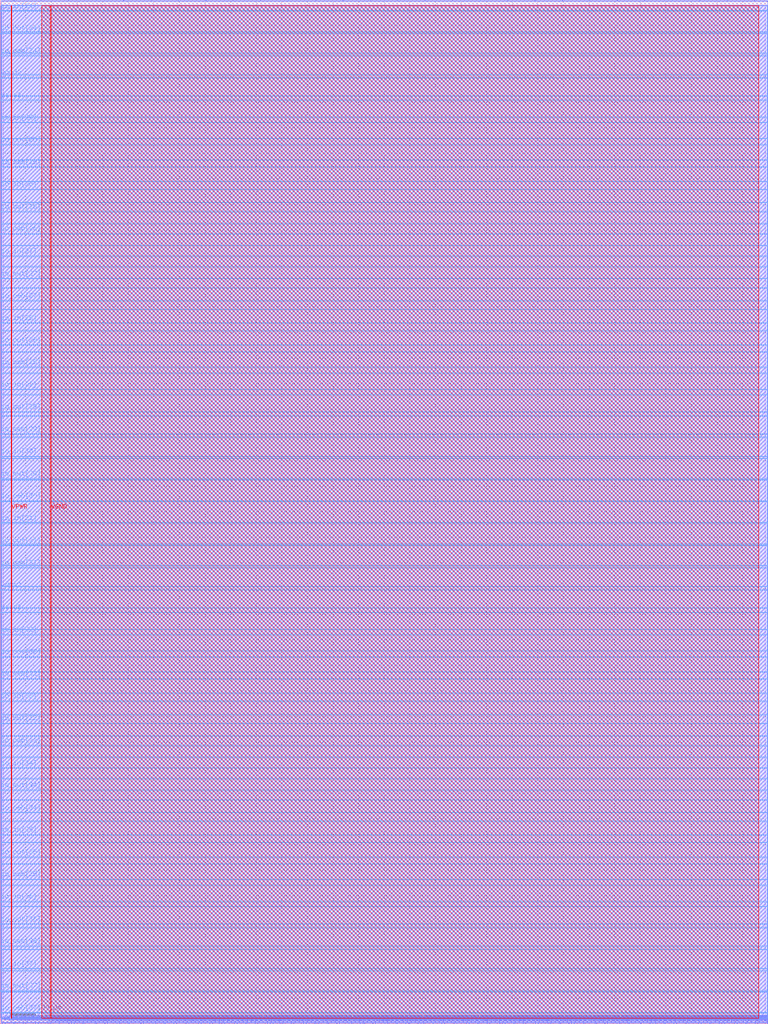
<source format=lef>
VERSION 5.7 ;
  NOWIREEXTENSIONATPIN ON ;
  DIVIDERCHAR "/" ;
  BUSBITCHARS "[]" ;
MACRO fwpayload
  CLASS BLOCK ;
  FOREIGN fwpayload ;
  ORIGIN 0.000 0.000 ;
  SIZE 1500.000 BY 2000.000 ;
  PIN io_in[0]
    DIRECTION INPUT ;
    PORT
      LAYER met3 ;
        RECT 1497.600 20.440 1500.000 21.040 ;
    END
  END io_in[0]
  PIN io_in[10]
    DIRECTION INPUT ;
    PORT
      LAYER met3 ;
        RECT 1497.600 1353.240 1500.000 1353.840 ;
    END
  END io_in[10]
  PIN io_in[11]
    DIRECTION INPUT ;
    PORT
      LAYER met3 ;
        RECT 1497.600 1478.360 1500.000 1478.960 ;
    END
  END io_in[11]
  PIN io_in[12]
    DIRECTION INPUT ;
    PORT
      LAYER met3 ;
        RECT 1497.600 1603.480 1500.000 1604.080 ;
    END
  END io_in[12]
  PIN io_in[13]
    DIRECTION INPUT ;
    PORT
      LAYER met3 ;
        RECT 1497.600 1728.600 1500.000 1729.200 ;
    END
  END io_in[13]
  PIN io_in[14]
    DIRECTION INPUT ;
    PORT
      LAYER met3 ;
        RECT 1497.600 1895.200 1500.000 1895.800 ;
    END
  END io_in[14]
  PIN io_in[15]
    DIRECTION INPUT ;
    PORT
      LAYER met2 ;
        RECT 1473.010 1997.600 1473.290 2000.000 ;
    END
  END io_in[15]
  PIN io_in[16]
    DIRECTION INPUT ;
    PORT
      LAYER met2 ;
        RECT 1258.650 1997.600 1258.930 2000.000 ;
    END
  END io_in[16]
  PIN io_in[17]
    DIRECTION INPUT ;
    PORT
      LAYER met2 ;
        RECT 1098.110 1997.600 1098.390 2000.000 ;
    END
  END io_in[17]
  PIN io_in[18]
    DIRECTION INPUT ;
    PORT
      LAYER met2 ;
        RECT 937.110 1997.600 937.390 2000.000 ;
    END
  END io_in[18]
  PIN io_in[19]
    DIRECTION INPUT ;
    PORT
      LAYER met2 ;
        RECT 776.570 1997.600 776.850 2000.000 ;
    END
  END io_in[19]
  PIN io_in[1]
    DIRECTION INPUT ;
    PORT
      LAYER met3 ;
        RECT 1497.600 144.880 1500.000 145.480 ;
    END
  END io_in[1]
  PIN io_in[20]
    DIRECTION INPUT ;
    PORT
      LAYER met2 ;
        RECT 616.030 1997.600 616.310 2000.000 ;
    END
  END io_in[20]
  PIN io_in[21]
    DIRECTION INPUT ;
    PORT
      LAYER met2 ;
        RECT 455.030 1997.600 455.310 2000.000 ;
    END
  END io_in[21]
  PIN io_in[22]
    DIRECTION INPUT ;
    PORT
      LAYER met2 ;
        RECT 294.490 1997.600 294.770 2000.000 ;
    END
  END io_in[22]
  PIN io_in[23]
    DIRECTION INPUT ;
    PORT
      LAYER met2 ;
        RECT 133.490 1997.600 133.770 2000.000 ;
    END
  END io_in[23]
  PIN io_in[24]
    DIRECTION INPUT ;
    PORT
      LAYER met3 ;
        RECT 0.000 1977.480 2.400 1978.080 ;
    END
  END io_in[24]
  PIN io_in[25]
    DIRECTION INPUT ;
    PORT
      LAYER met3 ;
        RECT 0.000 1759.880 2.400 1760.480 ;
    END
  END io_in[25]
  PIN io_in[26]
    DIRECTION INPUT ;
    PORT
      LAYER met3 ;
        RECT 0.000 1629.320 2.400 1629.920 ;
    END
  END io_in[26]
  PIN io_in[27]
    DIRECTION INPUT ;
    PORT
      LAYER met3 ;
        RECT 0.000 1498.760 2.400 1499.360 ;
    END
  END io_in[27]
  PIN io_in[28]
    DIRECTION INPUT ;
    PORT
      LAYER met3 ;
        RECT 0.000 1368.200 2.400 1368.800 ;
    END
  END io_in[28]
  PIN io_in[29]
    DIRECTION INPUT ;
    PORT
      LAYER met3 ;
        RECT 0.000 1238.320 2.400 1238.920 ;
    END
  END io_in[29]
  PIN io_in[2]
    DIRECTION INPUT ;
    PORT
      LAYER met3 ;
        RECT 1497.600 270.000 1500.000 270.600 ;
    END
  END io_in[2]
  PIN io_in[30]
    DIRECTION INPUT ;
    PORT
      LAYER met3 ;
        RECT 0.000 1107.760 2.400 1108.360 ;
    END
  END io_in[30]
  PIN io_in[31]
    DIRECTION INPUT ;
    PORT
      LAYER met3 ;
        RECT 0.000 977.200 2.400 977.800 ;
    END
  END io_in[31]
  PIN io_in[32]
    DIRECTION INPUT ;
    PORT
      LAYER met3 ;
        RECT 0.000 759.600 2.400 760.200 ;
    END
  END io_in[32]
  PIN io_in[33]
    DIRECTION INPUT ;
    PORT
      LAYER met3 ;
        RECT 0.000 629.720 2.400 630.320 ;
    END
  END io_in[33]
  PIN io_in[34]
    DIRECTION INPUT ;
    PORT
      LAYER met3 ;
        RECT 0.000 499.160 2.400 499.760 ;
    END
  END io_in[34]
  PIN io_in[35]
    DIRECTION INPUT ;
    PORT
      LAYER met3 ;
        RECT 0.000 368.600 2.400 369.200 ;
    END
  END io_in[35]
  PIN io_in[36]
    DIRECTION INPUT ;
    PORT
      LAYER met3 ;
        RECT 0.000 238.040 2.400 238.640 ;
    END
  END io_in[36]
  PIN io_in[37]
    DIRECTION INPUT ;
    PORT
      LAYER met3 ;
        RECT 0.000 107.480 2.400 108.080 ;
    END
  END io_in[37]
  PIN io_in[3]
    DIRECTION INPUT ;
    PORT
      LAYER met3 ;
        RECT 1497.600 395.120 1500.000 395.720 ;
    END
  END io_in[3]
  PIN io_in[4]
    DIRECTION INPUT ;
    PORT
      LAYER met3 ;
        RECT 1497.600 520.240 1500.000 520.840 ;
    END
  END io_in[4]
  PIN io_in[5]
    DIRECTION INPUT ;
    PORT
      LAYER met3 ;
        RECT 1497.600 645.360 1500.000 645.960 ;
    END
  END io_in[5]
  PIN io_in[6]
    DIRECTION INPUT ;
    PORT
      LAYER met3 ;
        RECT 1497.600 769.800 1500.000 770.400 ;
    END
  END io_in[6]
  PIN io_in[7]
    DIRECTION INPUT ;
    PORT
      LAYER met3 ;
        RECT 1497.600 978.560 1500.000 979.160 ;
    END
  END io_in[7]
  PIN io_in[8]
    DIRECTION INPUT ;
    PORT
      LAYER met3 ;
        RECT 1497.600 1103.680 1500.000 1104.280 ;
    END
  END io_in[8]
  PIN io_in[9]
    DIRECTION INPUT ;
    PORT
      LAYER met3 ;
        RECT 1497.600 1228.120 1500.000 1228.720 ;
    END
  END io_in[9]
  PIN io_oeb[0]
    DIRECTION OUTPUT TRISTATE ;
    PORT
      LAYER met3 ;
        RECT 1497.600 103.400 1500.000 104.000 ;
    END
  END io_oeb[0]
  PIN io_oeb[10]
    DIRECTION OUTPUT TRISTATE ;
    PORT
      LAYER met3 ;
        RECT 1497.600 1436.880 1500.000 1437.480 ;
    END
  END io_oeb[10]
  PIN io_oeb[11]
    DIRECTION OUTPUT TRISTATE ;
    PORT
      LAYER met3 ;
        RECT 1497.600 1562.000 1500.000 1562.600 ;
    END
  END io_oeb[11]
  PIN io_oeb[12]
    DIRECTION OUTPUT TRISTATE ;
    PORT
      LAYER met3 ;
        RECT 1497.600 1686.440 1500.000 1687.040 ;
    END
  END io_oeb[12]
  PIN io_oeb[13]
    DIRECTION OUTPUT TRISTATE ;
    PORT
      LAYER met3 ;
        RECT 1497.600 1811.560 1500.000 1812.160 ;
    END
  END io_oeb[13]
  PIN io_oeb[14]
    DIRECTION OUTPUT TRISTATE ;
    PORT
      LAYER met3 ;
        RECT 1497.600 1978.160 1500.000 1978.760 ;
    END
  END io_oeb[14]
  PIN io_oeb[15]
    DIRECTION OUTPUT TRISTATE ;
    PORT
      LAYER met2 ;
        RECT 1365.830 1997.600 1366.110 2000.000 ;
    END
  END io_oeb[15]
  PIN io_oeb[16]
    DIRECTION OUTPUT TRISTATE ;
    PORT
      LAYER met2 ;
        RECT 1151.470 1997.600 1151.750 2000.000 ;
    END
  END io_oeb[16]
  PIN io_oeb[17]
    DIRECTION OUTPUT TRISTATE ;
    PORT
      LAYER met2 ;
        RECT 990.930 1997.600 991.210 2000.000 ;
    END
  END io_oeb[17]
  PIN io_oeb[18]
    DIRECTION OUTPUT TRISTATE ;
    PORT
      LAYER met2 ;
        RECT 829.930 1997.600 830.210 2000.000 ;
    END
  END io_oeb[18]
  PIN io_oeb[19]
    DIRECTION OUTPUT TRISTATE ;
    PORT
      LAYER met2 ;
        RECT 669.390 1997.600 669.670 2000.000 ;
    END
  END io_oeb[19]
  PIN io_oeb[1]
    DIRECTION OUTPUT TRISTATE ;
    PORT
      LAYER met3 ;
        RECT 1497.600 228.520 1500.000 229.120 ;
    END
  END io_oeb[1]
  PIN io_oeb[20]
    DIRECTION OUTPUT TRISTATE ;
    PORT
      LAYER met2 ;
        RECT 508.850 1997.600 509.130 2000.000 ;
    END
  END io_oeb[20]
  PIN io_oeb[21]
    DIRECTION OUTPUT TRISTATE ;
    PORT
      LAYER met2 ;
        RECT 347.850 1997.600 348.130 2000.000 ;
    END
  END io_oeb[21]
  PIN io_oeb[22]
    DIRECTION OUTPUT TRISTATE ;
    PORT
      LAYER met2 ;
        RECT 187.310 1997.600 187.590 2000.000 ;
    END
  END io_oeb[22]
  PIN io_oeb[23]
    DIRECTION OUTPUT TRISTATE ;
    PORT
      LAYER met2 ;
        RECT 26.770 1997.600 27.050 2000.000 ;
    END
  END io_oeb[23]
  PIN io_oeb[24]
    DIRECTION OUTPUT TRISTATE ;
    PORT
      LAYER met3 ;
        RECT 0.000 1890.440 2.400 1891.040 ;
    END
  END io_oeb[24]
  PIN io_oeb[25]
    DIRECTION OUTPUT TRISTATE ;
    PORT
      LAYER met3 ;
        RECT 0.000 1672.840 2.400 1673.440 ;
    END
  END io_oeb[25]
  PIN io_oeb[26]
    DIRECTION OUTPUT TRISTATE ;
    PORT
      LAYER met3 ;
        RECT 0.000 1542.280 2.400 1542.880 ;
    END
  END io_oeb[26]
  PIN io_oeb[27]
    DIRECTION OUTPUT TRISTATE ;
    PORT
      LAYER met3 ;
        RECT 0.000 1411.720 2.400 1412.320 ;
    END
  END io_oeb[27]
  PIN io_oeb[28]
    DIRECTION OUTPUT TRISTATE ;
    PORT
      LAYER met3 ;
        RECT 0.000 1281.840 2.400 1282.440 ;
    END
  END io_oeb[28]
  PIN io_oeb[29]
    DIRECTION OUTPUT TRISTATE ;
    PORT
      LAYER met3 ;
        RECT 0.000 1151.280 2.400 1151.880 ;
    END
  END io_oeb[29]
  PIN io_oeb[2]
    DIRECTION OUTPUT TRISTATE ;
    PORT
      LAYER met3 ;
        RECT 1497.600 353.640 1500.000 354.240 ;
    END
  END io_oeb[2]
  PIN io_oeb[30]
    DIRECTION OUTPUT TRISTATE ;
    PORT
      LAYER met3 ;
        RECT 0.000 1020.720 2.400 1021.320 ;
    END
  END io_oeb[30]
  PIN io_oeb[31]
    DIRECTION OUTPUT TRISTATE ;
    PORT
      LAYER met3 ;
        RECT 0.000 890.160 2.400 890.760 ;
    END
  END io_oeb[31]
  PIN io_oeb[32]
    DIRECTION OUTPUT TRISTATE ;
    PORT
      LAYER met3 ;
        RECT 0.000 673.240 2.400 673.840 ;
    END
  END io_oeb[32]
  PIN io_oeb[33]
    DIRECTION OUTPUT TRISTATE ;
    PORT
      LAYER met3 ;
        RECT 0.000 542.680 2.400 543.280 ;
    END
  END io_oeb[33]
  PIN io_oeb[34]
    DIRECTION OUTPUT TRISTATE ;
    PORT
      LAYER met3 ;
        RECT 0.000 412.120 2.400 412.720 ;
    END
  END io_oeb[34]
  PIN io_oeb[35]
    DIRECTION OUTPUT TRISTATE ;
    PORT
      LAYER met3 ;
        RECT 0.000 281.560 2.400 282.160 ;
    END
  END io_oeb[35]
  PIN io_oeb[36]
    DIRECTION OUTPUT TRISTATE ;
    PORT
      LAYER met3 ;
        RECT 0.000 151.000 2.400 151.600 ;
    END
  END io_oeb[36]
  PIN io_oeb[37]
    DIRECTION OUTPUT TRISTATE ;
    PORT
      LAYER met3 ;
        RECT 0.000 21.120 2.400 21.720 ;
    END
  END io_oeb[37]
  PIN io_oeb[3]
    DIRECTION OUTPUT TRISTATE ;
    PORT
      LAYER met3 ;
        RECT 1497.600 478.080 1500.000 478.680 ;
    END
  END io_oeb[3]
  PIN io_oeb[4]
    DIRECTION OUTPUT TRISTATE ;
    PORT
      LAYER met3 ;
        RECT 1497.600 603.200 1500.000 603.800 ;
    END
  END io_oeb[4]
  PIN io_oeb[5]
    DIRECTION OUTPUT TRISTATE ;
    PORT
      LAYER met3 ;
        RECT 1497.600 728.320 1500.000 728.920 ;
    END
  END io_oeb[5]
  PIN io_oeb[6]
    DIRECTION OUTPUT TRISTATE ;
    PORT
      LAYER met3 ;
        RECT 1497.600 853.440 1500.000 854.040 ;
    END
  END io_oeb[6]
  PIN io_oeb[7]
    DIRECTION OUTPUT TRISTATE ;
    PORT
      LAYER met3 ;
        RECT 1497.600 1061.520 1500.000 1062.120 ;
    END
  END io_oeb[7]
  PIN io_oeb[8]
    DIRECTION OUTPUT TRISTATE ;
    PORT
      LAYER met3 ;
        RECT 1497.600 1186.640 1500.000 1187.240 ;
    END
  END io_oeb[8]
  PIN io_oeb[9]
    DIRECTION OUTPUT TRISTATE ;
    PORT
      LAYER met3 ;
        RECT 1497.600 1311.760 1500.000 1312.360 ;
    END
  END io_oeb[9]
  PIN io_out[0]
    DIRECTION OUTPUT TRISTATE ;
    PORT
      LAYER met3 ;
        RECT 1497.600 61.920 1500.000 62.520 ;
    END
  END io_out[0]
  PIN io_out[10]
    DIRECTION OUTPUT TRISTATE ;
    PORT
      LAYER met3 ;
        RECT 1497.600 1394.720 1500.000 1395.320 ;
    END
  END io_out[10]
  PIN io_out[11]
    DIRECTION OUTPUT TRISTATE ;
    PORT
      LAYER met3 ;
        RECT 1497.600 1519.840 1500.000 1520.440 ;
    END
  END io_out[11]
  PIN io_out[12]
    DIRECTION OUTPUT TRISTATE ;
    PORT
      LAYER met3 ;
        RECT 1497.600 1644.960 1500.000 1645.560 ;
    END
  END io_out[12]
  PIN io_out[13]
    DIRECTION OUTPUT TRISTATE ;
    PORT
      LAYER met3 ;
        RECT 1497.600 1770.080 1500.000 1770.680 ;
    END
  END io_out[13]
  PIN io_out[14]
    DIRECTION OUTPUT TRISTATE ;
    PORT
      LAYER met3 ;
        RECT 1497.600 1936.680 1500.000 1937.280 ;
    END
  END io_out[14]
  PIN io_out[15]
    DIRECTION OUTPUT TRISTATE ;
    PORT
      LAYER met2 ;
        RECT 1419.650 1997.600 1419.930 2000.000 ;
    END
  END io_out[15]
  PIN io_out[16]
    DIRECTION OUTPUT TRISTATE ;
    PORT
      LAYER met2 ;
        RECT 1205.290 1997.600 1205.570 2000.000 ;
    END
  END io_out[16]
  PIN io_out[17]
    DIRECTION OUTPUT TRISTATE ;
    PORT
      LAYER met2 ;
        RECT 1044.290 1997.600 1044.570 2000.000 ;
    END
  END io_out[17]
  PIN io_out[18]
    DIRECTION OUTPUT TRISTATE ;
    PORT
      LAYER met2 ;
        RECT 883.750 1997.600 884.030 2000.000 ;
    END
  END io_out[18]
  PIN io_out[19]
    DIRECTION OUTPUT TRISTATE ;
    PORT
      LAYER met2 ;
        RECT 723.210 1997.600 723.490 2000.000 ;
    END
  END io_out[19]
  PIN io_out[1]
    DIRECTION OUTPUT TRISTATE ;
    PORT
      LAYER met3 ;
        RECT 1497.600 187.040 1500.000 187.640 ;
    END
  END io_out[1]
  PIN io_out[20]
    DIRECTION OUTPUT TRISTATE ;
    PORT
      LAYER met2 ;
        RECT 562.210 1997.600 562.490 2000.000 ;
    END
  END io_out[20]
  PIN io_out[21]
    DIRECTION OUTPUT TRISTATE ;
    PORT
      LAYER met2 ;
        RECT 401.670 1997.600 401.950 2000.000 ;
    END
  END io_out[21]
  PIN io_out[22]
    DIRECTION OUTPUT TRISTATE ;
    PORT
      LAYER met2 ;
        RECT 240.670 1997.600 240.950 2000.000 ;
    END
  END io_out[22]
  PIN io_out[23]
    DIRECTION OUTPUT TRISTATE ;
    PORT
      LAYER met2 ;
        RECT 80.130 1997.600 80.410 2000.000 ;
    END
  END io_out[23]
  PIN io_out[24]
    DIRECTION OUTPUT TRISTATE ;
    PORT
      LAYER met3 ;
        RECT 0.000 1933.960 2.400 1934.560 ;
    END
  END io_out[24]
  PIN io_out[25]
    DIRECTION OUTPUT TRISTATE ;
    PORT
      LAYER met3 ;
        RECT 0.000 1716.360 2.400 1716.960 ;
    END
  END io_out[25]
  PIN io_out[26]
    DIRECTION OUTPUT TRISTATE ;
    PORT
      LAYER met3 ;
        RECT 0.000 1585.800 2.400 1586.400 ;
    END
  END io_out[26]
  PIN io_out[27]
    DIRECTION OUTPUT TRISTATE ;
    PORT
      LAYER met3 ;
        RECT 0.000 1455.240 2.400 1455.840 ;
    END
  END io_out[27]
  PIN io_out[28]
    DIRECTION OUTPUT TRISTATE ;
    PORT
      LAYER met3 ;
        RECT 0.000 1325.360 2.400 1325.960 ;
    END
  END io_out[28]
  PIN io_out[29]
    DIRECTION OUTPUT TRISTATE ;
    PORT
      LAYER met3 ;
        RECT 0.000 1194.800 2.400 1195.400 ;
    END
  END io_out[29]
  PIN io_out[2]
    DIRECTION OUTPUT TRISTATE ;
    PORT
      LAYER met3 ;
        RECT 1497.600 311.480 1500.000 312.080 ;
    END
  END io_out[2]
  PIN io_out[30]
    DIRECTION OUTPUT TRISTATE ;
    PORT
      LAYER met3 ;
        RECT 0.000 1064.240 2.400 1064.840 ;
    END
  END io_out[30]
  PIN io_out[31]
    DIRECTION OUTPUT TRISTATE ;
    PORT
      LAYER met3 ;
        RECT 0.000 933.680 2.400 934.280 ;
    END
  END io_out[31]
  PIN io_out[32]
    DIRECTION OUTPUT TRISTATE ;
    PORT
      LAYER met3 ;
        RECT 0.000 716.080 2.400 716.680 ;
    END
  END io_out[32]
  PIN io_out[33]
    DIRECTION OUTPUT TRISTATE ;
    PORT
      LAYER met3 ;
        RECT 0.000 586.200 2.400 586.800 ;
    END
  END io_out[33]
  PIN io_out[34]
    DIRECTION OUTPUT TRISTATE ;
    PORT
      LAYER met3 ;
        RECT 0.000 455.640 2.400 456.240 ;
    END
  END io_out[34]
  PIN io_out[35]
    DIRECTION OUTPUT TRISTATE ;
    PORT
      LAYER met3 ;
        RECT 0.000 325.080 2.400 325.680 ;
    END
  END io_out[35]
  PIN io_out[36]
    DIRECTION OUTPUT TRISTATE ;
    PORT
      LAYER met3 ;
        RECT 0.000 194.520 2.400 195.120 ;
    END
  END io_out[36]
  PIN io_out[37]
    DIRECTION OUTPUT TRISTATE ;
    PORT
      LAYER met3 ;
        RECT 0.000 63.960 2.400 64.560 ;
    END
  END io_out[37]
  PIN io_out[3]
    DIRECTION OUTPUT TRISTATE ;
    PORT
      LAYER met3 ;
        RECT 1497.600 436.600 1500.000 437.200 ;
    END
  END io_out[3]
  PIN io_out[4]
    DIRECTION OUTPUT TRISTATE ;
    PORT
      LAYER met3 ;
        RECT 1497.600 561.720 1500.000 562.320 ;
    END
  END io_out[4]
  PIN io_out[5]
    DIRECTION OUTPUT TRISTATE ;
    PORT
      LAYER met3 ;
        RECT 1497.600 686.840 1500.000 687.440 ;
    END
  END io_out[5]
  PIN io_out[6]
    DIRECTION OUTPUT TRISTATE ;
    PORT
      LAYER met3 ;
        RECT 1497.600 811.960 1500.000 812.560 ;
    END
  END io_out[6]
  PIN io_out[7]
    DIRECTION OUTPUT TRISTATE ;
    PORT
      LAYER met3 ;
        RECT 1497.600 1020.040 1500.000 1020.640 ;
    END
  END io_out[7]
  PIN io_out[8]
    DIRECTION OUTPUT TRISTATE ;
    PORT
      LAYER met3 ;
        RECT 1497.600 1145.160 1500.000 1145.760 ;
    END
  END io_out[8]
  PIN io_out[9]
    DIRECTION OUTPUT TRISTATE ;
    PORT
      LAYER met3 ;
        RECT 1497.600 1270.280 1500.000 1270.880 ;
    END
  END io_out[9]
  PIN la_data_in[0]
    DIRECTION INPUT ;
    PORT
      LAYER met2 ;
        RECT 325.770 0.000 326.050 2.400 ;
    END
  END la_data_in[0]
  PIN la_data_in[100]
    DIRECTION INPUT ;
    PORT
      LAYER met2 ;
        RECT 1243.930 0.000 1244.210 2.400 ;
    END
  END la_data_in[100]
  PIN la_data_in[101]
    DIRECTION INPUT ;
    PORT
      LAYER met2 ;
        RECT 1253.130 0.000 1253.410 2.400 ;
    END
  END la_data_in[101]
  PIN la_data_in[102]
    DIRECTION INPUT ;
    PORT
      LAYER met2 ;
        RECT 1262.330 0.000 1262.610 2.400 ;
    END
  END la_data_in[102]
  PIN la_data_in[103]
    DIRECTION INPUT ;
    PORT
      LAYER met2 ;
        RECT 1271.530 0.000 1271.810 2.400 ;
    END
  END la_data_in[103]
  PIN la_data_in[104]
    DIRECTION INPUT ;
    PORT
      LAYER met2 ;
        RECT 1280.730 0.000 1281.010 2.400 ;
    END
  END la_data_in[104]
  PIN la_data_in[105]
    DIRECTION INPUT ;
    PORT
      LAYER met2 ;
        RECT 1289.930 0.000 1290.210 2.400 ;
    END
  END la_data_in[105]
  PIN la_data_in[106]
    DIRECTION INPUT ;
    PORT
      LAYER met2 ;
        RECT 1299.130 0.000 1299.410 2.400 ;
    END
  END la_data_in[106]
  PIN la_data_in[107]
    DIRECTION INPUT ;
    PORT
      LAYER met2 ;
        RECT 1308.330 0.000 1308.610 2.400 ;
    END
  END la_data_in[107]
  PIN la_data_in[108]
    DIRECTION INPUT ;
    PORT
      LAYER met2 ;
        RECT 1317.530 0.000 1317.810 2.400 ;
    END
  END la_data_in[108]
  PIN la_data_in[109]
    DIRECTION INPUT ;
    PORT
      LAYER met2 ;
        RECT 1326.730 0.000 1327.010 2.400 ;
    END
  END la_data_in[109]
  PIN la_data_in[10]
    DIRECTION INPUT ;
    PORT
      LAYER met2 ;
        RECT 417.770 0.000 418.050 2.400 ;
    END
  END la_data_in[10]
  PIN la_data_in[110]
    DIRECTION INPUT ;
    PORT
      LAYER met2 ;
        RECT 1335.930 0.000 1336.210 2.400 ;
    END
  END la_data_in[110]
  PIN la_data_in[111]
    DIRECTION INPUT ;
    PORT
      LAYER met2 ;
        RECT 1345.130 0.000 1345.410 2.400 ;
    END
  END la_data_in[111]
  PIN la_data_in[112]
    DIRECTION INPUT ;
    PORT
      LAYER met2 ;
        RECT 1354.330 0.000 1354.610 2.400 ;
    END
  END la_data_in[112]
  PIN la_data_in[113]
    DIRECTION INPUT ;
    PORT
      LAYER met2 ;
        RECT 1363.530 0.000 1363.810 2.400 ;
    END
  END la_data_in[113]
  PIN la_data_in[114]
    DIRECTION INPUT ;
    PORT
      LAYER met2 ;
        RECT 1372.730 0.000 1373.010 2.400 ;
    END
  END la_data_in[114]
  PIN la_data_in[115]
    DIRECTION INPUT ;
    PORT
      LAYER met2 ;
        RECT 1381.930 0.000 1382.210 2.400 ;
    END
  END la_data_in[115]
  PIN la_data_in[116]
    DIRECTION INPUT ;
    PORT
      LAYER met2 ;
        RECT 1391.130 0.000 1391.410 2.400 ;
    END
  END la_data_in[116]
  PIN la_data_in[117]
    DIRECTION INPUT ;
    PORT
      LAYER met2 ;
        RECT 1400.330 0.000 1400.610 2.400 ;
    END
  END la_data_in[117]
  PIN la_data_in[118]
    DIRECTION INPUT ;
    PORT
      LAYER met2 ;
        RECT 1409.530 0.000 1409.810 2.400 ;
    END
  END la_data_in[118]
  PIN la_data_in[119]
    DIRECTION INPUT ;
    PORT
      LAYER met2 ;
        RECT 1418.730 0.000 1419.010 2.400 ;
    END
  END la_data_in[119]
  PIN la_data_in[11]
    DIRECTION INPUT ;
    PORT
      LAYER met2 ;
        RECT 426.970 0.000 427.250 2.400 ;
    END
  END la_data_in[11]
  PIN la_data_in[120]
    DIRECTION INPUT ;
    PORT
      LAYER met2 ;
        RECT 1427.930 0.000 1428.210 2.400 ;
    END
  END la_data_in[120]
  PIN la_data_in[121]
    DIRECTION INPUT ;
    PORT
      LAYER met2 ;
        RECT 1437.130 0.000 1437.410 2.400 ;
    END
  END la_data_in[121]
  PIN la_data_in[122]
    DIRECTION INPUT ;
    PORT
      LAYER met2 ;
        RECT 1446.330 0.000 1446.610 2.400 ;
    END
  END la_data_in[122]
  PIN la_data_in[123]
    DIRECTION INPUT ;
    PORT
      LAYER met2 ;
        RECT 1455.530 0.000 1455.810 2.400 ;
    END
  END la_data_in[123]
  PIN la_data_in[124]
    DIRECTION INPUT ;
    PORT
      LAYER met2 ;
        RECT 1464.730 0.000 1465.010 2.400 ;
    END
  END la_data_in[124]
  PIN la_data_in[125]
    DIRECTION INPUT ;
    PORT
      LAYER met2 ;
        RECT 1473.930 0.000 1474.210 2.400 ;
    END
  END la_data_in[125]
  PIN la_data_in[126]
    DIRECTION INPUT ;
    PORT
      LAYER met2 ;
        RECT 1483.130 0.000 1483.410 2.400 ;
    END
  END la_data_in[126]
  PIN la_data_in[127]
    DIRECTION INPUT ;
    PORT
      LAYER met2 ;
        RECT 1492.330 0.000 1492.610 2.400 ;
    END
  END la_data_in[127]
  PIN la_data_in[12]
    DIRECTION INPUT ;
    PORT
      LAYER met2 ;
        RECT 436.170 0.000 436.450 2.400 ;
    END
  END la_data_in[12]
  PIN la_data_in[13]
    DIRECTION INPUT ;
    PORT
      LAYER met2 ;
        RECT 444.910 0.000 445.190 2.400 ;
    END
  END la_data_in[13]
  PIN la_data_in[14]
    DIRECTION INPUT ;
    PORT
      LAYER met2 ;
        RECT 454.110 0.000 454.390 2.400 ;
    END
  END la_data_in[14]
  PIN la_data_in[15]
    DIRECTION INPUT ;
    PORT
      LAYER met2 ;
        RECT 463.310 0.000 463.590 2.400 ;
    END
  END la_data_in[15]
  PIN la_data_in[16]
    DIRECTION INPUT ;
    PORT
      LAYER met2 ;
        RECT 472.510 0.000 472.790 2.400 ;
    END
  END la_data_in[16]
  PIN la_data_in[17]
    DIRECTION INPUT ;
    PORT
      LAYER met2 ;
        RECT 481.710 0.000 481.990 2.400 ;
    END
  END la_data_in[17]
  PIN la_data_in[18]
    DIRECTION INPUT ;
    PORT
      LAYER met2 ;
        RECT 490.910 0.000 491.190 2.400 ;
    END
  END la_data_in[18]
  PIN la_data_in[19]
    DIRECTION INPUT ;
    PORT
      LAYER met2 ;
        RECT 500.110 0.000 500.390 2.400 ;
    END
  END la_data_in[19]
  PIN la_data_in[1]
    DIRECTION INPUT ;
    PORT
      LAYER met2 ;
        RECT 334.970 0.000 335.250 2.400 ;
    END
  END la_data_in[1]
  PIN la_data_in[20]
    DIRECTION INPUT ;
    PORT
      LAYER met2 ;
        RECT 509.310 0.000 509.590 2.400 ;
    END
  END la_data_in[20]
  PIN la_data_in[21]
    DIRECTION INPUT ;
    PORT
      LAYER met2 ;
        RECT 518.510 0.000 518.790 2.400 ;
    END
  END la_data_in[21]
  PIN la_data_in[22]
    DIRECTION INPUT ;
    PORT
      LAYER met2 ;
        RECT 527.710 0.000 527.990 2.400 ;
    END
  END la_data_in[22]
  PIN la_data_in[23]
    DIRECTION INPUT ;
    PORT
      LAYER met2 ;
        RECT 536.910 0.000 537.190 2.400 ;
    END
  END la_data_in[23]
  PIN la_data_in[24]
    DIRECTION INPUT ;
    PORT
      LAYER met2 ;
        RECT 546.110 0.000 546.390 2.400 ;
    END
  END la_data_in[24]
  PIN la_data_in[25]
    DIRECTION INPUT ;
    PORT
      LAYER met2 ;
        RECT 555.310 0.000 555.590 2.400 ;
    END
  END la_data_in[25]
  PIN la_data_in[26]
    DIRECTION INPUT ;
    PORT
      LAYER met2 ;
        RECT 564.510 0.000 564.790 2.400 ;
    END
  END la_data_in[26]
  PIN la_data_in[27]
    DIRECTION INPUT ;
    PORT
      LAYER met2 ;
        RECT 573.710 0.000 573.990 2.400 ;
    END
  END la_data_in[27]
  PIN la_data_in[28]
    DIRECTION INPUT ;
    PORT
      LAYER met2 ;
        RECT 582.910 0.000 583.190 2.400 ;
    END
  END la_data_in[28]
  PIN la_data_in[29]
    DIRECTION INPUT ;
    PORT
      LAYER met2 ;
        RECT 592.110 0.000 592.390 2.400 ;
    END
  END la_data_in[29]
  PIN la_data_in[2]
    DIRECTION INPUT ;
    PORT
      LAYER met2 ;
        RECT 344.170 0.000 344.450 2.400 ;
    END
  END la_data_in[2]
  PIN la_data_in[30]
    DIRECTION INPUT ;
    PORT
      LAYER met2 ;
        RECT 601.310 0.000 601.590 2.400 ;
    END
  END la_data_in[30]
  PIN la_data_in[31]
    DIRECTION INPUT ;
    PORT
      LAYER met2 ;
        RECT 610.510 0.000 610.790 2.400 ;
    END
  END la_data_in[31]
  PIN la_data_in[32]
    DIRECTION INPUT ;
    PORT
      LAYER met2 ;
        RECT 619.710 0.000 619.990 2.400 ;
    END
  END la_data_in[32]
  PIN la_data_in[33]
    DIRECTION INPUT ;
    PORT
      LAYER met2 ;
        RECT 628.910 0.000 629.190 2.400 ;
    END
  END la_data_in[33]
  PIN la_data_in[34]
    DIRECTION INPUT ;
    PORT
      LAYER met2 ;
        RECT 638.110 0.000 638.390 2.400 ;
    END
  END la_data_in[34]
  PIN la_data_in[35]
    DIRECTION INPUT ;
    PORT
      LAYER met2 ;
        RECT 647.310 0.000 647.590 2.400 ;
    END
  END la_data_in[35]
  PIN la_data_in[36]
    DIRECTION INPUT ;
    PORT
      LAYER met2 ;
        RECT 656.510 0.000 656.790 2.400 ;
    END
  END la_data_in[36]
  PIN la_data_in[37]
    DIRECTION INPUT ;
    PORT
      LAYER met2 ;
        RECT 665.710 0.000 665.990 2.400 ;
    END
  END la_data_in[37]
  PIN la_data_in[38]
    DIRECTION INPUT ;
    PORT
      LAYER met2 ;
        RECT 674.910 0.000 675.190 2.400 ;
    END
  END la_data_in[38]
  PIN la_data_in[39]
    DIRECTION INPUT ;
    PORT
      LAYER met2 ;
        RECT 684.110 0.000 684.390 2.400 ;
    END
  END la_data_in[39]
  PIN la_data_in[3]
    DIRECTION INPUT ;
    PORT
      LAYER met2 ;
        RECT 353.370 0.000 353.650 2.400 ;
    END
  END la_data_in[3]
  PIN la_data_in[40]
    DIRECTION INPUT ;
    PORT
      LAYER met2 ;
        RECT 693.310 0.000 693.590 2.400 ;
    END
  END la_data_in[40]
  PIN la_data_in[41]
    DIRECTION INPUT ;
    PORT
      LAYER met2 ;
        RECT 702.510 0.000 702.790 2.400 ;
    END
  END la_data_in[41]
  PIN la_data_in[42]
    DIRECTION INPUT ;
    PORT
      LAYER met2 ;
        RECT 711.250 0.000 711.530 2.400 ;
    END
  END la_data_in[42]
  PIN la_data_in[43]
    DIRECTION INPUT ;
    PORT
      LAYER met2 ;
        RECT 720.450 0.000 720.730 2.400 ;
    END
  END la_data_in[43]
  PIN la_data_in[44]
    DIRECTION INPUT ;
    PORT
      LAYER met2 ;
        RECT 729.650 0.000 729.930 2.400 ;
    END
  END la_data_in[44]
  PIN la_data_in[45]
    DIRECTION INPUT ;
    PORT
      LAYER met2 ;
        RECT 738.850 0.000 739.130 2.400 ;
    END
  END la_data_in[45]
  PIN la_data_in[46]
    DIRECTION INPUT ;
    PORT
      LAYER met2 ;
        RECT 748.050 0.000 748.330 2.400 ;
    END
  END la_data_in[46]
  PIN la_data_in[47]
    DIRECTION INPUT ;
    PORT
      LAYER met2 ;
        RECT 757.250 0.000 757.530 2.400 ;
    END
  END la_data_in[47]
  PIN la_data_in[48]
    DIRECTION INPUT ;
    PORT
      LAYER met2 ;
        RECT 766.450 0.000 766.730 2.400 ;
    END
  END la_data_in[48]
  PIN la_data_in[49]
    DIRECTION INPUT ;
    PORT
      LAYER met2 ;
        RECT 775.650 0.000 775.930 2.400 ;
    END
  END la_data_in[49]
  PIN la_data_in[4]
    DIRECTION INPUT ;
    PORT
      LAYER met2 ;
        RECT 362.570 0.000 362.850 2.400 ;
    END
  END la_data_in[4]
  PIN la_data_in[50]
    DIRECTION INPUT ;
    PORT
      LAYER met2 ;
        RECT 784.850 0.000 785.130 2.400 ;
    END
  END la_data_in[50]
  PIN la_data_in[51]
    DIRECTION INPUT ;
    PORT
      LAYER met2 ;
        RECT 794.050 0.000 794.330 2.400 ;
    END
  END la_data_in[51]
  PIN la_data_in[52]
    DIRECTION INPUT ;
    PORT
      LAYER met2 ;
        RECT 803.250 0.000 803.530 2.400 ;
    END
  END la_data_in[52]
  PIN la_data_in[53]
    DIRECTION INPUT ;
    PORT
      LAYER met2 ;
        RECT 812.450 0.000 812.730 2.400 ;
    END
  END la_data_in[53]
  PIN la_data_in[54]
    DIRECTION INPUT ;
    PORT
      LAYER met2 ;
        RECT 821.650 0.000 821.930 2.400 ;
    END
  END la_data_in[54]
  PIN la_data_in[55]
    DIRECTION INPUT ;
    PORT
      LAYER met2 ;
        RECT 830.850 0.000 831.130 2.400 ;
    END
  END la_data_in[55]
  PIN la_data_in[56]
    DIRECTION INPUT ;
    PORT
      LAYER met2 ;
        RECT 840.050 0.000 840.330 2.400 ;
    END
  END la_data_in[56]
  PIN la_data_in[57]
    DIRECTION INPUT ;
    PORT
      LAYER met2 ;
        RECT 849.250 0.000 849.530 2.400 ;
    END
  END la_data_in[57]
  PIN la_data_in[58]
    DIRECTION INPUT ;
    PORT
      LAYER met2 ;
        RECT 858.450 0.000 858.730 2.400 ;
    END
  END la_data_in[58]
  PIN la_data_in[59]
    DIRECTION INPUT ;
    PORT
      LAYER met2 ;
        RECT 867.650 0.000 867.930 2.400 ;
    END
  END la_data_in[59]
  PIN la_data_in[5]
    DIRECTION INPUT ;
    PORT
      LAYER met2 ;
        RECT 371.770 0.000 372.050 2.400 ;
    END
  END la_data_in[5]
  PIN la_data_in[60]
    DIRECTION INPUT ;
    PORT
      LAYER met2 ;
        RECT 876.850 0.000 877.130 2.400 ;
    END
  END la_data_in[60]
  PIN la_data_in[61]
    DIRECTION INPUT ;
    PORT
      LAYER met2 ;
        RECT 886.050 0.000 886.330 2.400 ;
    END
  END la_data_in[61]
  PIN la_data_in[62]
    DIRECTION INPUT ;
    PORT
      LAYER met2 ;
        RECT 895.250 0.000 895.530 2.400 ;
    END
  END la_data_in[62]
  PIN la_data_in[63]
    DIRECTION INPUT ;
    PORT
      LAYER met2 ;
        RECT 904.450 0.000 904.730 2.400 ;
    END
  END la_data_in[63]
  PIN la_data_in[64]
    DIRECTION INPUT ;
    PORT
      LAYER met2 ;
        RECT 913.650 0.000 913.930 2.400 ;
    END
  END la_data_in[64]
  PIN la_data_in[65]
    DIRECTION INPUT ;
    PORT
      LAYER met2 ;
        RECT 922.850 0.000 923.130 2.400 ;
    END
  END la_data_in[65]
  PIN la_data_in[66]
    DIRECTION INPUT ;
    PORT
      LAYER met2 ;
        RECT 932.050 0.000 932.330 2.400 ;
    END
  END la_data_in[66]
  PIN la_data_in[67]
    DIRECTION INPUT ;
    PORT
      LAYER met2 ;
        RECT 941.250 0.000 941.530 2.400 ;
    END
  END la_data_in[67]
  PIN la_data_in[68]
    DIRECTION INPUT ;
    PORT
      LAYER met2 ;
        RECT 950.450 0.000 950.730 2.400 ;
    END
  END la_data_in[68]
  PIN la_data_in[69]
    DIRECTION INPUT ;
    PORT
      LAYER met2 ;
        RECT 959.650 0.000 959.930 2.400 ;
    END
  END la_data_in[69]
  PIN la_data_in[6]
    DIRECTION INPUT ;
    PORT
      LAYER met2 ;
        RECT 380.970 0.000 381.250 2.400 ;
    END
  END la_data_in[6]
  PIN la_data_in[70]
    DIRECTION INPUT ;
    PORT
      LAYER met2 ;
        RECT 968.850 0.000 969.130 2.400 ;
    END
  END la_data_in[70]
  PIN la_data_in[71]
    DIRECTION INPUT ;
    PORT
      LAYER met2 ;
        RECT 977.590 0.000 977.870 2.400 ;
    END
  END la_data_in[71]
  PIN la_data_in[72]
    DIRECTION INPUT ;
    PORT
      LAYER met2 ;
        RECT 986.790 0.000 987.070 2.400 ;
    END
  END la_data_in[72]
  PIN la_data_in[73]
    DIRECTION INPUT ;
    PORT
      LAYER met2 ;
        RECT 995.990 0.000 996.270 2.400 ;
    END
  END la_data_in[73]
  PIN la_data_in[74]
    DIRECTION INPUT ;
    PORT
      LAYER met2 ;
        RECT 1005.190 0.000 1005.470 2.400 ;
    END
  END la_data_in[74]
  PIN la_data_in[75]
    DIRECTION INPUT ;
    PORT
      LAYER met2 ;
        RECT 1014.390 0.000 1014.670 2.400 ;
    END
  END la_data_in[75]
  PIN la_data_in[76]
    DIRECTION INPUT ;
    PORT
      LAYER met2 ;
        RECT 1023.590 0.000 1023.870 2.400 ;
    END
  END la_data_in[76]
  PIN la_data_in[77]
    DIRECTION INPUT ;
    PORT
      LAYER met2 ;
        RECT 1032.790 0.000 1033.070 2.400 ;
    END
  END la_data_in[77]
  PIN la_data_in[78]
    DIRECTION INPUT ;
    PORT
      LAYER met2 ;
        RECT 1041.990 0.000 1042.270 2.400 ;
    END
  END la_data_in[78]
  PIN la_data_in[79]
    DIRECTION INPUT ;
    PORT
      LAYER met2 ;
        RECT 1051.190 0.000 1051.470 2.400 ;
    END
  END la_data_in[79]
  PIN la_data_in[7]
    DIRECTION INPUT ;
    PORT
      LAYER met2 ;
        RECT 390.170 0.000 390.450 2.400 ;
    END
  END la_data_in[7]
  PIN la_data_in[80]
    DIRECTION INPUT ;
    PORT
      LAYER met2 ;
        RECT 1060.390 0.000 1060.670 2.400 ;
    END
  END la_data_in[80]
  PIN la_data_in[81]
    DIRECTION INPUT ;
    PORT
      LAYER met2 ;
        RECT 1069.590 0.000 1069.870 2.400 ;
    END
  END la_data_in[81]
  PIN la_data_in[82]
    DIRECTION INPUT ;
    PORT
      LAYER met2 ;
        RECT 1078.790 0.000 1079.070 2.400 ;
    END
  END la_data_in[82]
  PIN la_data_in[83]
    DIRECTION INPUT ;
    PORT
      LAYER met2 ;
        RECT 1087.990 0.000 1088.270 2.400 ;
    END
  END la_data_in[83]
  PIN la_data_in[84]
    DIRECTION INPUT ;
    PORT
      LAYER met2 ;
        RECT 1097.190 0.000 1097.470 2.400 ;
    END
  END la_data_in[84]
  PIN la_data_in[85]
    DIRECTION INPUT ;
    PORT
      LAYER met2 ;
        RECT 1106.390 0.000 1106.670 2.400 ;
    END
  END la_data_in[85]
  PIN la_data_in[86]
    DIRECTION INPUT ;
    PORT
      LAYER met2 ;
        RECT 1115.590 0.000 1115.870 2.400 ;
    END
  END la_data_in[86]
  PIN la_data_in[87]
    DIRECTION INPUT ;
    PORT
      LAYER met2 ;
        RECT 1124.790 0.000 1125.070 2.400 ;
    END
  END la_data_in[87]
  PIN la_data_in[88]
    DIRECTION INPUT ;
    PORT
      LAYER met2 ;
        RECT 1133.990 0.000 1134.270 2.400 ;
    END
  END la_data_in[88]
  PIN la_data_in[89]
    DIRECTION INPUT ;
    PORT
      LAYER met2 ;
        RECT 1143.190 0.000 1143.470 2.400 ;
    END
  END la_data_in[89]
  PIN la_data_in[8]
    DIRECTION INPUT ;
    PORT
      LAYER met2 ;
        RECT 399.370 0.000 399.650 2.400 ;
    END
  END la_data_in[8]
  PIN la_data_in[90]
    DIRECTION INPUT ;
    PORT
      LAYER met2 ;
        RECT 1152.390 0.000 1152.670 2.400 ;
    END
  END la_data_in[90]
  PIN la_data_in[91]
    DIRECTION INPUT ;
    PORT
      LAYER met2 ;
        RECT 1161.590 0.000 1161.870 2.400 ;
    END
  END la_data_in[91]
  PIN la_data_in[92]
    DIRECTION INPUT ;
    PORT
      LAYER met2 ;
        RECT 1170.790 0.000 1171.070 2.400 ;
    END
  END la_data_in[92]
  PIN la_data_in[93]
    DIRECTION INPUT ;
    PORT
      LAYER met2 ;
        RECT 1179.990 0.000 1180.270 2.400 ;
    END
  END la_data_in[93]
  PIN la_data_in[94]
    DIRECTION INPUT ;
    PORT
      LAYER met2 ;
        RECT 1189.190 0.000 1189.470 2.400 ;
    END
  END la_data_in[94]
  PIN la_data_in[95]
    DIRECTION INPUT ;
    PORT
      LAYER met2 ;
        RECT 1198.390 0.000 1198.670 2.400 ;
    END
  END la_data_in[95]
  PIN la_data_in[96]
    DIRECTION INPUT ;
    PORT
      LAYER met2 ;
        RECT 1207.590 0.000 1207.870 2.400 ;
    END
  END la_data_in[96]
  PIN la_data_in[97]
    DIRECTION INPUT ;
    PORT
      LAYER met2 ;
        RECT 1216.790 0.000 1217.070 2.400 ;
    END
  END la_data_in[97]
  PIN la_data_in[98]
    DIRECTION INPUT ;
    PORT
      LAYER met2 ;
        RECT 1225.990 0.000 1226.270 2.400 ;
    END
  END la_data_in[98]
  PIN la_data_in[99]
    DIRECTION INPUT ;
    PORT
      LAYER met2 ;
        RECT 1235.190 0.000 1235.470 2.400 ;
    END
  END la_data_in[99]
  PIN la_data_in[9]
    DIRECTION INPUT ;
    PORT
      LAYER met2 ;
        RECT 408.570 0.000 408.850 2.400 ;
    END
  END la_data_in[9]
  PIN la_data_out[0]
    DIRECTION OUTPUT TRISTATE ;
    PORT
      LAYER met2 ;
        RECT 328.990 0.000 329.270 2.400 ;
    END
  END la_data_out[0]
  PIN la_data_out[100]
    DIRECTION OUTPUT TRISTATE ;
    PORT
      LAYER met2 ;
        RECT 1247.150 0.000 1247.430 2.400 ;
    END
  END la_data_out[100]
  PIN la_data_out[101]
    DIRECTION OUTPUT TRISTATE ;
    PORT
      LAYER met2 ;
        RECT 1256.350 0.000 1256.630 2.400 ;
    END
  END la_data_out[101]
  PIN la_data_out[102]
    DIRECTION OUTPUT TRISTATE ;
    PORT
      LAYER met2 ;
        RECT 1265.550 0.000 1265.830 2.400 ;
    END
  END la_data_out[102]
  PIN la_data_out[103]
    DIRECTION OUTPUT TRISTATE ;
    PORT
      LAYER met2 ;
        RECT 1274.750 0.000 1275.030 2.400 ;
    END
  END la_data_out[103]
  PIN la_data_out[104]
    DIRECTION OUTPUT TRISTATE ;
    PORT
      LAYER met2 ;
        RECT 1283.950 0.000 1284.230 2.400 ;
    END
  END la_data_out[104]
  PIN la_data_out[105]
    DIRECTION OUTPUT TRISTATE ;
    PORT
      LAYER met2 ;
        RECT 1293.150 0.000 1293.430 2.400 ;
    END
  END la_data_out[105]
  PIN la_data_out[106]
    DIRECTION OUTPUT TRISTATE ;
    PORT
      LAYER met2 ;
        RECT 1302.350 0.000 1302.630 2.400 ;
    END
  END la_data_out[106]
  PIN la_data_out[107]
    DIRECTION OUTPUT TRISTATE ;
    PORT
      LAYER met2 ;
        RECT 1311.550 0.000 1311.830 2.400 ;
    END
  END la_data_out[107]
  PIN la_data_out[108]
    DIRECTION OUTPUT TRISTATE ;
    PORT
      LAYER met2 ;
        RECT 1320.750 0.000 1321.030 2.400 ;
    END
  END la_data_out[108]
  PIN la_data_out[109]
    DIRECTION OUTPUT TRISTATE ;
    PORT
      LAYER met2 ;
        RECT 1329.950 0.000 1330.230 2.400 ;
    END
  END la_data_out[109]
  PIN la_data_out[10]
    DIRECTION OUTPUT TRISTATE ;
    PORT
      LAYER met2 ;
        RECT 420.530 0.000 420.810 2.400 ;
    END
  END la_data_out[10]
  PIN la_data_out[110]
    DIRECTION OUTPUT TRISTATE ;
    PORT
      LAYER met2 ;
        RECT 1339.150 0.000 1339.430 2.400 ;
    END
  END la_data_out[110]
  PIN la_data_out[111]
    DIRECTION OUTPUT TRISTATE ;
    PORT
      LAYER met2 ;
        RECT 1348.350 0.000 1348.630 2.400 ;
    END
  END la_data_out[111]
  PIN la_data_out[112]
    DIRECTION OUTPUT TRISTATE ;
    PORT
      LAYER met2 ;
        RECT 1357.550 0.000 1357.830 2.400 ;
    END
  END la_data_out[112]
  PIN la_data_out[113]
    DIRECTION OUTPUT TRISTATE ;
    PORT
      LAYER met2 ;
        RECT 1366.750 0.000 1367.030 2.400 ;
    END
  END la_data_out[113]
  PIN la_data_out[114]
    DIRECTION OUTPUT TRISTATE ;
    PORT
      LAYER met2 ;
        RECT 1375.950 0.000 1376.230 2.400 ;
    END
  END la_data_out[114]
  PIN la_data_out[115]
    DIRECTION OUTPUT TRISTATE ;
    PORT
      LAYER met2 ;
        RECT 1385.150 0.000 1385.430 2.400 ;
    END
  END la_data_out[115]
  PIN la_data_out[116]
    DIRECTION OUTPUT TRISTATE ;
    PORT
      LAYER met2 ;
        RECT 1394.350 0.000 1394.630 2.400 ;
    END
  END la_data_out[116]
  PIN la_data_out[117]
    DIRECTION OUTPUT TRISTATE ;
    PORT
      LAYER met2 ;
        RECT 1403.550 0.000 1403.830 2.400 ;
    END
  END la_data_out[117]
  PIN la_data_out[118]
    DIRECTION OUTPUT TRISTATE ;
    PORT
      LAYER met2 ;
        RECT 1412.750 0.000 1413.030 2.400 ;
    END
  END la_data_out[118]
  PIN la_data_out[119]
    DIRECTION OUTPUT TRISTATE ;
    PORT
      LAYER met2 ;
        RECT 1421.490 0.000 1421.770 2.400 ;
    END
  END la_data_out[119]
  PIN la_data_out[11]
    DIRECTION OUTPUT TRISTATE ;
    PORT
      LAYER met2 ;
        RECT 429.730 0.000 430.010 2.400 ;
    END
  END la_data_out[11]
  PIN la_data_out[120]
    DIRECTION OUTPUT TRISTATE ;
    PORT
      LAYER met2 ;
        RECT 1430.690 0.000 1430.970 2.400 ;
    END
  END la_data_out[120]
  PIN la_data_out[121]
    DIRECTION OUTPUT TRISTATE ;
    PORT
      LAYER met2 ;
        RECT 1439.890 0.000 1440.170 2.400 ;
    END
  END la_data_out[121]
  PIN la_data_out[122]
    DIRECTION OUTPUT TRISTATE ;
    PORT
      LAYER met2 ;
        RECT 1449.090 0.000 1449.370 2.400 ;
    END
  END la_data_out[122]
  PIN la_data_out[123]
    DIRECTION OUTPUT TRISTATE ;
    PORT
      LAYER met2 ;
        RECT 1458.290 0.000 1458.570 2.400 ;
    END
  END la_data_out[123]
  PIN la_data_out[124]
    DIRECTION OUTPUT TRISTATE ;
    PORT
      LAYER met2 ;
        RECT 1467.490 0.000 1467.770 2.400 ;
    END
  END la_data_out[124]
  PIN la_data_out[125]
    DIRECTION OUTPUT TRISTATE ;
    PORT
      LAYER met2 ;
        RECT 1476.690 0.000 1476.970 2.400 ;
    END
  END la_data_out[125]
  PIN la_data_out[126]
    DIRECTION OUTPUT TRISTATE ;
    PORT
      LAYER met2 ;
        RECT 1485.890 0.000 1486.170 2.400 ;
    END
  END la_data_out[126]
  PIN la_data_out[127]
    DIRECTION OUTPUT TRISTATE ;
    PORT
      LAYER met2 ;
        RECT 1495.090 0.000 1495.370 2.400 ;
    END
  END la_data_out[127]
  PIN la_data_out[12]
    DIRECTION OUTPUT TRISTATE ;
    PORT
      LAYER met2 ;
        RECT 438.930 0.000 439.210 2.400 ;
    END
  END la_data_out[12]
  PIN la_data_out[13]
    DIRECTION OUTPUT TRISTATE ;
    PORT
      LAYER met2 ;
        RECT 448.130 0.000 448.410 2.400 ;
    END
  END la_data_out[13]
  PIN la_data_out[14]
    DIRECTION OUTPUT TRISTATE ;
    PORT
      LAYER met2 ;
        RECT 457.330 0.000 457.610 2.400 ;
    END
  END la_data_out[14]
  PIN la_data_out[15]
    DIRECTION OUTPUT TRISTATE ;
    PORT
      LAYER met2 ;
        RECT 466.530 0.000 466.810 2.400 ;
    END
  END la_data_out[15]
  PIN la_data_out[16]
    DIRECTION OUTPUT TRISTATE ;
    PORT
      LAYER met2 ;
        RECT 475.730 0.000 476.010 2.400 ;
    END
  END la_data_out[16]
  PIN la_data_out[17]
    DIRECTION OUTPUT TRISTATE ;
    PORT
      LAYER met2 ;
        RECT 484.930 0.000 485.210 2.400 ;
    END
  END la_data_out[17]
  PIN la_data_out[18]
    DIRECTION OUTPUT TRISTATE ;
    PORT
      LAYER met2 ;
        RECT 494.130 0.000 494.410 2.400 ;
    END
  END la_data_out[18]
  PIN la_data_out[19]
    DIRECTION OUTPUT TRISTATE ;
    PORT
      LAYER met2 ;
        RECT 503.330 0.000 503.610 2.400 ;
    END
  END la_data_out[19]
  PIN la_data_out[1]
    DIRECTION OUTPUT TRISTATE ;
    PORT
      LAYER met2 ;
        RECT 338.190 0.000 338.470 2.400 ;
    END
  END la_data_out[1]
  PIN la_data_out[20]
    DIRECTION OUTPUT TRISTATE ;
    PORT
      LAYER met2 ;
        RECT 512.530 0.000 512.810 2.400 ;
    END
  END la_data_out[20]
  PIN la_data_out[21]
    DIRECTION OUTPUT TRISTATE ;
    PORT
      LAYER met2 ;
        RECT 521.730 0.000 522.010 2.400 ;
    END
  END la_data_out[21]
  PIN la_data_out[22]
    DIRECTION OUTPUT TRISTATE ;
    PORT
      LAYER met2 ;
        RECT 530.930 0.000 531.210 2.400 ;
    END
  END la_data_out[22]
  PIN la_data_out[23]
    DIRECTION OUTPUT TRISTATE ;
    PORT
      LAYER met2 ;
        RECT 540.130 0.000 540.410 2.400 ;
    END
  END la_data_out[23]
  PIN la_data_out[24]
    DIRECTION OUTPUT TRISTATE ;
    PORT
      LAYER met2 ;
        RECT 549.330 0.000 549.610 2.400 ;
    END
  END la_data_out[24]
  PIN la_data_out[25]
    DIRECTION OUTPUT TRISTATE ;
    PORT
      LAYER met2 ;
        RECT 558.530 0.000 558.810 2.400 ;
    END
  END la_data_out[25]
  PIN la_data_out[26]
    DIRECTION OUTPUT TRISTATE ;
    PORT
      LAYER met2 ;
        RECT 567.730 0.000 568.010 2.400 ;
    END
  END la_data_out[26]
  PIN la_data_out[27]
    DIRECTION OUTPUT TRISTATE ;
    PORT
      LAYER met2 ;
        RECT 576.930 0.000 577.210 2.400 ;
    END
  END la_data_out[27]
  PIN la_data_out[28]
    DIRECTION OUTPUT TRISTATE ;
    PORT
      LAYER met2 ;
        RECT 586.130 0.000 586.410 2.400 ;
    END
  END la_data_out[28]
  PIN la_data_out[29]
    DIRECTION OUTPUT TRISTATE ;
    PORT
      LAYER met2 ;
        RECT 595.330 0.000 595.610 2.400 ;
    END
  END la_data_out[29]
  PIN la_data_out[2]
    DIRECTION OUTPUT TRISTATE ;
    PORT
      LAYER met2 ;
        RECT 347.390 0.000 347.670 2.400 ;
    END
  END la_data_out[2]
  PIN la_data_out[30]
    DIRECTION OUTPUT TRISTATE ;
    PORT
      LAYER met2 ;
        RECT 604.530 0.000 604.810 2.400 ;
    END
  END la_data_out[30]
  PIN la_data_out[31]
    DIRECTION OUTPUT TRISTATE ;
    PORT
      LAYER met2 ;
        RECT 613.730 0.000 614.010 2.400 ;
    END
  END la_data_out[31]
  PIN la_data_out[32]
    DIRECTION OUTPUT TRISTATE ;
    PORT
      LAYER met2 ;
        RECT 622.470 0.000 622.750 2.400 ;
    END
  END la_data_out[32]
  PIN la_data_out[33]
    DIRECTION OUTPUT TRISTATE ;
    PORT
      LAYER met2 ;
        RECT 631.670 0.000 631.950 2.400 ;
    END
  END la_data_out[33]
  PIN la_data_out[34]
    DIRECTION OUTPUT TRISTATE ;
    PORT
      LAYER met2 ;
        RECT 640.870 0.000 641.150 2.400 ;
    END
  END la_data_out[34]
  PIN la_data_out[35]
    DIRECTION OUTPUT TRISTATE ;
    PORT
      LAYER met2 ;
        RECT 650.070 0.000 650.350 2.400 ;
    END
  END la_data_out[35]
  PIN la_data_out[36]
    DIRECTION OUTPUT TRISTATE ;
    PORT
      LAYER met2 ;
        RECT 659.270 0.000 659.550 2.400 ;
    END
  END la_data_out[36]
  PIN la_data_out[37]
    DIRECTION OUTPUT TRISTATE ;
    PORT
      LAYER met2 ;
        RECT 668.470 0.000 668.750 2.400 ;
    END
  END la_data_out[37]
  PIN la_data_out[38]
    DIRECTION OUTPUT TRISTATE ;
    PORT
      LAYER met2 ;
        RECT 677.670 0.000 677.950 2.400 ;
    END
  END la_data_out[38]
  PIN la_data_out[39]
    DIRECTION OUTPUT TRISTATE ;
    PORT
      LAYER met2 ;
        RECT 686.870 0.000 687.150 2.400 ;
    END
  END la_data_out[39]
  PIN la_data_out[3]
    DIRECTION OUTPUT TRISTATE ;
    PORT
      LAYER met2 ;
        RECT 356.130 0.000 356.410 2.400 ;
    END
  END la_data_out[3]
  PIN la_data_out[40]
    DIRECTION OUTPUT TRISTATE ;
    PORT
      LAYER met2 ;
        RECT 696.070 0.000 696.350 2.400 ;
    END
  END la_data_out[40]
  PIN la_data_out[41]
    DIRECTION OUTPUT TRISTATE ;
    PORT
      LAYER met2 ;
        RECT 705.270 0.000 705.550 2.400 ;
    END
  END la_data_out[41]
  PIN la_data_out[42]
    DIRECTION OUTPUT TRISTATE ;
    PORT
      LAYER met2 ;
        RECT 714.470 0.000 714.750 2.400 ;
    END
  END la_data_out[42]
  PIN la_data_out[43]
    DIRECTION OUTPUT TRISTATE ;
    PORT
      LAYER met2 ;
        RECT 723.670 0.000 723.950 2.400 ;
    END
  END la_data_out[43]
  PIN la_data_out[44]
    DIRECTION OUTPUT TRISTATE ;
    PORT
      LAYER met2 ;
        RECT 732.870 0.000 733.150 2.400 ;
    END
  END la_data_out[44]
  PIN la_data_out[45]
    DIRECTION OUTPUT TRISTATE ;
    PORT
      LAYER met2 ;
        RECT 742.070 0.000 742.350 2.400 ;
    END
  END la_data_out[45]
  PIN la_data_out[46]
    DIRECTION OUTPUT TRISTATE ;
    PORT
      LAYER met2 ;
        RECT 751.270 0.000 751.550 2.400 ;
    END
  END la_data_out[46]
  PIN la_data_out[47]
    DIRECTION OUTPUT TRISTATE ;
    PORT
      LAYER met2 ;
        RECT 760.470 0.000 760.750 2.400 ;
    END
  END la_data_out[47]
  PIN la_data_out[48]
    DIRECTION OUTPUT TRISTATE ;
    PORT
      LAYER met2 ;
        RECT 769.670 0.000 769.950 2.400 ;
    END
  END la_data_out[48]
  PIN la_data_out[49]
    DIRECTION OUTPUT TRISTATE ;
    PORT
      LAYER met2 ;
        RECT 778.870 0.000 779.150 2.400 ;
    END
  END la_data_out[49]
  PIN la_data_out[4]
    DIRECTION OUTPUT TRISTATE ;
    PORT
      LAYER met2 ;
        RECT 365.330 0.000 365.610 2.400 ;
    END
  END la_data_out[4]
  PIN la_data_out[50]
    DIRECTION OUTPUT TRISTATE ;
    PORT
      LAYER met2 ;
        RECT 788.070 0.000 788.350 2.400 ;
    END
  END la_data_out[50]
  PIN la_data_out[51]
    DIRECTION OUTPUT TRISTATE ;
    PORT
      LAYER met2 ;
        RECT 797.270 0.000 797.550 2.400 ;
    END
  END la_data_out[51]
  PIN la_data_out[52]
    DIRECTION OUTPUT TRISTATE ;
    PORT
      LAYER met2 ;
        RECT 806.470 0.000 806.750 2.400 ;
    END
  END la_data_out[52]
  PIN la_data_out[53]
    DIRECTION OUTPUT TRISTATE ;
    PORT
      LAYER met2 ;
        RECT 815.670 0.000 815.950 2.400 ;
    END
  END la_data_out[53]
  PIN la_data_out[54]
    DIRECTION OUTPUT TRISTATE ;
    PORT
      LAYER met2 ;
        RECT 824.870 0.000 825.150 2.400 ;
    END
  END la_data_out[54]
  PIN la_data_out[55]
    DIRECTION OUTPUT TRISTATE ;
    PORT
      LAYER met2 ;
        RECT 834.070 0.000 834.350 2.400 ;
    END
  END la_data_out[55]
  PIN la_data_out[56]
    DIRECTION OUTPUT TRISTATE ;
    PORT
      LAYER met2 ;
        RECT 843.270 0.000 843.550 2.400 ;
    END
  END la_data_out[56]
  PIN la_data_out[57]
    DIRECTION OUTPUT TRISTATE ;
    PORT
      LAYER met2 ;
        RECT 852.470 0.000 852.750 2.400 ;
    END
  END la_data_out[57]
  PIN la_data_out[58]
    DIRECTION OUTPUT TRISTATE ;
    PORT
      LAYER met2 ;
        RECT 861.670 0.000 861.950 2.400 ;
    END
  END la_data_out[58]
  PIN la_data_out[59]
    DIRECTION OUTPUT TRISTATE ;
    PORT
      LAYER met2 ;
        RECT 870.870 0.000 871.150 2.400 ;
    END
  END la_data_out[59]
  PIN la_data_out[5]
    DIRECTION OUTPUT TRISTATE ;
    PORT
      LAYER met2 ;
        RECT 374.530 0.000 374.810 2.400 ;
    END
  END la_data_out[5]
  PIN la_data_out[60]
    DIRECTION OUTPUT TRISTATE ;
    PORT
      LAYER met2 ;
        RECT 880.070 0.000 880.350 2.400 ;
    END
  END la_data_out[60]
  PIN la_data_out[61]
    DIRECTION OUTPUT TRISTATE ;
    PORT
      LAYER met2 ;
        RECT 888.810 0.000 889.090 2.400 ;
    END
  END la_data_out[61]
  PIN la_data_out[62]
    DIRECTION OUTPUT TRISTATE ;
    PORT
      LAYER met2 ;
        RECT 898.010 0.000 898.290 2.400 ;
    END
  END la_data_out[62]
  PIN la_data_out[63]
    DIRECTION OUTPUT TRISTATE ;
    PORT
      LAYER met2 ;
        RECT 907.210 0.000 907.490 2.400 ;
    END
  END la_data_out[63]
  PIN la_data_out[64]
    DIRECTION OUTPUT TRISTATE ;
    PORT
      LAYER met2 ;
        RECT 916.410 0.000 916.690 2.400 ;
    END
  END la_data_out[64]
  PIN la_data_out[65]
    DIRECTION OUTPUT TRISTATE ;
    PORT
      LAYER met2 ;
        RECT 925.610 0.000 925.890 2.400 ;
    END
  END la_data_out[65]
  PIN la_data_out[66]
    DIRECTION OUTPUT TRISTATE ;
    PORT
      LAYER met2 ;
        RECT 934.810 0.000 935.090 2.400 ;
    END
  END la_data_out[66]
  PIN la_data_out[67]
    DIRECTION OUTPUT TRISTATE ;
    PORT
      LAYER met2 ;
        RECT 944.010 0.000 944.290 2.400 ;
    END
  END la_data_out[67]
  PIN la_data_out[68]
    DIRECTION OUTPUT TRISTATE ;
    PORT
      LAYER met2 ;
        RECT 953.210 0.000 953.490 2.400 ;
    END
  END la_data_out[68]
  PIN la_data_out[69]
    DIRECTION OUTPUT TRISTATE ;
    PORT
      LAYER met2 ;
        RECT 962.410 0.000 962.690 2.400 ;
    END
  END la_data_out[69]
  PIN la_data_out[6]
    DIRECTION OUTPUT TRISTATE ;
    PORT
      LAYER met2 ;
        RECT 383.730 0.000 384.010 2.400 ;
    END
  END la_data_out[6]
  PIN la_data_out[70]
    DIRECTION OUTPUT TRISTATE ;
    PORT
      LAYER met2 ;
        RECT 971.610 0.000 971.890 2.400 ;
    END
  END la_data_out[70]
  PIN la_data_out[71]
    DIRECTION OUTPUT TRISTATE ;
    PORT
      LAYER met2 ;
        RECT 980.810 0.000 981.090 2.400 ;
    END
  END la_data_out[71]
  PIN la_data_out[72]
    DIRECTION OUTPUT TRISTATE ;
    PORT
      LAYER met2 ;
        RECT 990.010 0.000 990.290 2.400 ;
    END
  END la_data_out[72]
  PIN la_data_out[73]
    DIRECTION OUTPUT TRISTATE ;
    PORT
      LAYER met2 ;
        RECT 999.210 0.000 999.490 2.400 ;
    END
  END la_data_out[73]
  PIN la_data_out[74]
    DIRECTION OUTPUT TRISTATE ;
    PORT
      LAYER met2 ;
        RECT 1008.410 0.000 1008.690 2.400 ;
    END
  END la_data_out[74]
  PIN la_data_out[75]
    DIRECTION OUTPUT TRISTATE ;
    PORT
      LAYER met2 ;
        RECT 1017.610 0.000 1017.890 2.400 ;
    END
  END la_data_out[75]
  PIN la_data_out[76]
    DIRECTION OUTPUT TRISTATE ;
    PORT
      LAYER met2 ;
        RECT 1026.810 0.000 1027.090 2.400 ;
    END
  END la_data_out[76]
  PIN la_data_out[77]
    DIRECTION OUTPUT TRISTATE ;
    PORT
      LAYER met2 ;
        RECT 1036.010 0.000 1036.290 2.400 ;
    END
  END la_data_out[77]
  PIN la_data_out[78]
    DIRECTION OUTPUT TRISTATE ;
    PORT
      LAYER met2 ;
        RECT 1045.210 0.000 1045.490 2.400 ;
    END
  END la_data_out[78]
  PIN la_data_out[79]
    DIRECTION OUTPUT TRISTATE ;
    PORT
      LAYER met2 ;
        RECT 1054.410 0.000 1054.690 2.400 ;
    END
  END la_data_out[79]
  PIN la_data_out[7]
    DIRECTION OUTPUT TRISTATE ;
    PORT
      LAYER met2 ;
        RECT 392.930 0.000 393.210 2.400 ;
    END
  END la_data_out[7]
  PIN la_data_out[80]
    DIRECTION OUTPUT TRISTATE ;
    PORT
      LAYER met2 ;
        RECT 1063.610 0.000 1063.890 2.400 ;
    END
  END la_data_out[80]
  PIN la_data_out[81]
    DIRECTION OUTPUT TRISTATE ;
    PORT
      LAYER met2 ;
        RECT 1072.810 0.000 1073.090 2.400 ;
    END
  END la_data_out[81]
  PIN la_data_out[82]
    DIRECTION OUTPUT TRISTATE ;
    PORT
      LAYER met2 ;
        RECT 1082.010 0.000 1082.290 2.400 ;
    END
  END la_data_out[82]
  PIN la_data_out[83]
    DIRECTION OUTPUT TRISTATE ;
    PORT
      LAYER met2 ;
        RECT 1091.210 0.000 1091.490 2.400 ;
    END
  END la_data_out[83]
  PIN la_data_out[84]
    DIRECTION OUTPUT TRISTATE ;
    PORT
      LAYER met2 ;
        RECT 1100.410 0.000 1100.690 2.400 ;
    END
  END la_data_out[84]
  PIN la_data_out[85]
    DIRECTION OUTPUT TRISTATE ;
    PORT
      LAYER met2 ;
        RECT 1109.610 0.000 1109.890 2.400 ;
    END
  END la_data_out[85]
  PIN la_data_out[86]
    DIRECTION OUTPUT TRISTATE ;
    PORT
      LAYER met2 ;
        RECT 1118.810 0.000 1119.090 2.400 ;
    END
  END la_data_out[86]
  PIN la_data_out[87]
    DIRECTION OUTPUT TRISTATE ;
    PORT
      LAYER met2 ;
        RECT 1128.010 0.000 1128.290 2.400 ;
    END
  END la_data_out[87]
  PIN la_data_out[88]
    DIRECTION OUTPUT TRISTATE ;
    PORT
      LAYER met2 ;
        RECT 1137.210 0.000 1137.490 2.400 ;
    END
  END la_data_out[88]
  PIN la_data_out[89]
    DIRECTION OUTPUT TRISTATE ;
    PORT
      LAYER met2 ;
        RECT 1146.410 0.000 1146.690 2.400 ;
    END
  END la_data_out[89]
  PIN la_data_out[8]
    DIRECTION OUTPUT TRISTATE ;
    PORT
      LAYER met2 ;
        RECT 402.130 0.000 402.410 2.400 ;
    END
  END la_data_out[8]
  PIN la_data_out[90]
    DIRECTION OUTPUT TRISTATE ;
    PORT
      LAYER met2 ;
        RECT 1155.150 0.000 1155.430 2.400 ;
    END
  END la_data_out[90]
  PIN la_data_out[91]
    DIRECTION OUTPUT TRISTATE ;
    PORT
      LAYER met2 ;
        RECT 1164.350 0.000 1164.630 2.400 ;
    END
  END la_data_out[91]
  PIN la_data_out[92]
    DIRECTION OUTPUT TRISTATE ;
    PORT
      LAYER met2 ;
        RECT 1173.550 0.000 1173.830 2.400 ;
    END
  END la_data_out[92]
  PIN la_data_out[93]
    DIRECTION OUTPUT TRISTATE ;
    PORT
      LAYER met2 ;
        RECT 1182.750 0.000 1183.030 2.400 ;
    END
  END la_data_out[93]
  PIN la_data_out[94]
    DIRECTION OUTPUT TRISTATE ;
    PORT
      LAYER met2 ;
        RECT 1191.950 0.000 1192.230 2.400 ;
    END
  END la_data_out[94]
  PIN la_data_out[95]
    DIRECTION OUTPUT TRISTATE ;
    PORT
      LAYER met2 ;
        RECT 1201.150 0.000 1201.430 2.400 ;
    END
  END la_data_out[95]
  PIN la_data_out[96]
    DIRECTION OUTPUT TRISTATE ;
    PORT
      LAYER met2 ;
        RECT 1210.350 0.000 1210.630 2.400 ;
    END
  END la_data_out[96]
  PIN la_data_out[97]
    DIRECTION OUTPUT TRISTATE ;
    PORT
      LAYER met2 ;
        RECT 1219.550 0.000 1219.830 2.400 ;
    END
  END la_data_out[97]
  PIN la_data_out[98]
    DIRECTION OUTPUT TRISTATE ;
    PORT
      LAYER met2 ;
        RECT 1228.750 0.000 1229.030 2.400 ;
    END
  END la_data_out[98]
  PIN la_data_out[99]
    DIRECTION OUTPUT TRISTATE ;
    PORT
      LAYER met2 ;
        RECT 1237.950 0.000 1238.230 2.400 ;
    END
  END la_data_out[99]
  PIN la_data_out[9]
    DIRECTION OUTPUT TRISTATE ;
    PORT
      LAYER met2 ;
        RECT 411.330 0.000 411.610 2.400 ;
    END
  END la_data_out[9]
  PIN la_oen[0]
    DIRECTION INPUT ;
    PORT
      LAYER met2 ;
        RECT 331.750 0.000 332.030 2.400 ;
    END
  END la_oen[0]
  PIN la_oen[100]
    DIRECTION INPUT ;
    PORT
      LAYER met2 ;
        RECT 1250.370 0.000 1250.650 2.400 ;
    END
  END la_oen[100]
  PIN la_oen[101]
    DIRECTION INPUT ;
    PORT
      LAYER met2 ;
        RECT 1259.570 0.000 1259.850 2.400 ;
    END
  END la_oen[101]
  PIN la_oen[102]
    DIRECTION INPUT ;
    PORT
      LAYER met2 ;
        RECT 1268.770 0.000 1269.050 2.400 ;
    END
  END la_oen[102]
  PIN la_oen[103]
    DIRECTION INPUT ;
    PORT
      LAYER met2 ;
        RECT 1277.970 0.000 1278.250 2.400 ;
    END
  END la_oen[103]
  PIN la_oen[104]
    DIRECTION INPUT ;
    PORT
      LAYER met2 ;
        RECT 1287.170 0.000 1287.450 2.400 ;
    END
  END la_oen[104]
  PIN la_oen[105]
    DIRECTION INPUT ;
    PORT
      LAYER met2 ;
        RECT 1296.370 0.000 1296.650 2.400 ;
    END
  END la_oen[105]
  PIN la_oen[106]
    DIRECTION INPUT ;
    PORT
      LAYER met2 ;
        RECT 1305.570 0.000 1305.850 2.400 ;
    END
  END la_oen[106]
  PIN la_oen[107]
    DIRECTION INPUT ;
    PORT
      LAYER met2 ;
        RECT 1314.770 0.000 1315.050 2.400 ;
    END
  END la_oen[107]
  PIN la_oen[108]
    DIRECTION INPUT ;
    PORT
      LAYER met2 ;
        RECT 1323.970 0.000 1324.250 2.400 ;
    END
  END la_oen[108]
  PIN la_oen[109]
    DIRECTION INPUT ;
    PORT
      LAYER met2 ;
        RECT 1332.710 0.000 1332.990 2.400 ;
    END
  END la_oen[109]
  PIN la_oen[10]
    DIRECTION INPUT ;
    PORT
      LAYER met2 ;
        RECT 423.750 0.000 424.030 2.400 ;
    END
  END la_oen[10]
  PIN la_oen[110]
    DIRECTION INPUT ;
    PORT
      LAYER met2 ;
        RECT 1341.910 0.000 1342.190 2.400 ;
    END
  END la_oen[110]
  PIN la_oen[111]
    DIRECTION INPUT ;
    PORT
      LAYER met2 ;
        RECT 1351.110 0.000 1351.390 2.400 ;
    END
  END la_oen[111]
  PIN la_oen[112]
    DIRECTION INPUT ;
    PORT
      LAYER met2 ;
        RECT 1360.310 0.000 1360.590 2.400 ;
    END
  END la_oen[112]
  PIN la_oen[113]
    DIRECTION INPUT ;
    PORT
      LAYER met2 ;
        RECT 1369.510 0.000 1369.790 2.400 ;
    END
  END la_oen[113]
  PIN la_oen[114]
    DIRECTION INPUT ;
    PORT
      LAYER met2 ;
        RECT 1378.710 0.000 1378.990 2.400 ;
    END
  END la_oen[114]
  PIN la_oen[115]
    DIRECTION INPUT ;
    PORT
      LAYER met2 ;
        RECT 1387.910 0.000 1388.190 2.400 ;
    END
  END la_oen[115]
  PIN la_oen[116]
    DIRECTION INPUT ;
    PORT
      LAYER met2 ;
        RECT 1397.110 0.000 1397.390 2.400 ;
    END
  END la_oen[116]
  PIN la_oen[117]
    DIRECTION INPUT ;
    PORT
      LAYER met2 ;
        RECT 1406.310 0.000 1406.590 2.400 ;
    END
  END la_oen[117]
  PIN la_oen[118]
    DIRECTION INPUT ;
    PORT
      LAYER met2 ;
        RECT 1415.510 0.000 1415.790 2.400 ;
    END
  END la_oen[118]
  PIN la_oen[119]
    DIRECTION INPUT ;
    PORT
      LAYER met2 ;
        RECT 1424.710 0.000 1424.990 2.400 ;
    END
  END la_oen[119]
  PIN la_oen[11]
    DIRECTION INPUT ;
    PORT
      LAYER met2 ;
        RECT 432.950 0.000 433.230 2.400 ;
    END
  END la_oen[11]
  PIN la_oen[120]
    DIRECTION INPUT ;
    PORT
      LAYER met2 ;
        RECT 1433.910 0.000 1434.190 2.400 ;
    END
  END la_oen[120]
  PIN la_oen[121]
    DIRECTION INPUT ;
    PORT
      LAYER met2 ;
        RECT 1443.110 0.000 1443.390 2.400 ;
    END
  END la_oen[121]
  PIN la_oen[122]
    DIRECTION INPUT ;
    PORT
      LAYER met2 ;
        RECT 1452.310 0.000 1452.590 2.400 ;
    END
  END la_oen[122]
  PIN la_oen[123]
    DIRECTION INPUT ;
    PORT
      LAYER met2 ;
        RECT 1461.510 0.000 1461.790 2.400 ;
    END
  END la_oen[123]
  PIN la_oen[124]
    DIRECTION INPUT ;
    PORT
      LAYER met2 ;
        RECT 1470.710 0.000 1470.990 2.400 ;
    END
  END la_oen[124]
  PIN la_oen[125]
    DIRECTION INPUT ;
    PORT
      LAYER met2 ;
        RECT 1479.910 0.000 1480.190 2.400 ;
    END
  END la_oen[125]
  PIN la_oen[126]
    DIRECTION INPUT ;
    PORT
      LAYER met2 ;
        RECT 1489.110 0.000 1489.390 2.400 ;
    END
  END la_oen[126]
  PIN la_oen[127]
    DIRECTION INPUT ;
    PORT
      LAYER met2 ;
        RECT 1498.310 0.000 1498.590 2.400 ;
    END
  END la_oen[127]
  PIN la_oen[12]
    DIRECTION INPUT ;
    PORT
      LAYER met2 ;
        RECT 442.150 0.000 442.430 2.400 ;
    END
  END la_oen[12]
  PIN la_oen[13]
    DIRECTION INPUT ;
    PORT
      LAYER met2 ;
        RECT 451.350 0.000 451.630 2.400 ;
    END
  END la_oen[13]
  PIN la_oen[14]
    DIRECTION INPUT ;
    PORT
      LAYER met2 ;
        RECT 460.550 0.000 460.830 2.400 ;
    END
  END la_oen[14]
  PIN la_oen[15]
    DIRECTION INPUT ;
    PORT
      LAYER met2 ;
        RECT 469.750 0.000 470.030 2.400 ;
    END
  END la_oen[15]
  PIN la_oen[16]
    DIRECTION INPUT ;
    PORT
      LAYER met2 ;
        RECT 478.950 0.000 479.230 2.400 ;
    END
  END la_oen[16]
  PIN la_oen[17]
    DIRECTION INPUT ;
    PORT
      LAYER met2 ;
        RECT 488.150 0.000 488.430 2.400 ;
    END
  END la_oen[17]
  PIN la_oen[18]
    DIRECTION INPUT ;
    PORT
      LAYER met2 ;
        RECT 497.350 0.000 497.630 2.400 ;
    END
  END la_oen[18]
  PIN la_oen[19]
    DIRECTION INPUT ;
    PORT
      LAYER met2 ;
        RECT 506.550 0.000 506.830 2.400 ;
    END
  END la_oen[19]
  PIN la_oen[1]
    DIRECTION INPUT ;
    PORT
      LAYER met2 ;
        RECT 340.950 0.000 341.230 2.400 ;
    END
  END la_oen[1]
  PIN la_oen[20]
    DIRECTION INPUT ;
    PORT
      LAYER met2 ;
        RECT 515.750 0.000 516.030 2.400 ;
    END
  END la_oen[20]
  PIN la_oen[21]
    DIRECTION INPUT ;
    PORT
      LAYER met2 ;
        RECT 524.950 0.000 525.230 2.400 ;
    END
  END la_oen[21]
  PIN la_oen[22]
    DIRECTION INPUT ;
    PORT
      LAYER met2 ;
        RECT 533.690 0.000 533.970 2.400 ;
    END
  END la_oen[22]
  PIN la_oen[23]
    DIRECTION INPUT ;
    PORT
      LAYER met2 ;
        RECT 542.890 0.000 543.170 2.400 ;
    END
  END la_oen[23]
  PIN la_oen[24]
    DIRECTION INPUT ;
    PORT
      LAYER met2 ;
        RECT 552.090 0.000 552.370 2.400 ;
    END
  END la_oen[24]
  PIN la_oen[25]
    DIRECTION INPUT ;
    PORT
      LAYER met2 ;
        RECT 561.290 0.000 561.570 2.400 ;
    END
  END la_oen[25]
  PIN la_oen[26]
    DIRECTION INPUT ;
    PORT
      LAYER met2 ;
        RECT 570.490 0.000 570.770 2.400 ;
    END
  END la_oen[26]
  PIN la_oen[27]
    DIRECTION INPUT ;
    PORT
      LAYER met2 ;
        RECT 579.690 0.000 579.970 2.400 ;
    END
  END la_oen[27]
  PIN la_oen[28]
    DIRECTION INPUT ;
    PORT
      LAYER met2 ;
        RECT 588.890 0.000 589.170 2.400 ;
    END
  END la_oen[28]
  PIN la_oen[29]
    DIRECTION INPUT ;
    PORT
      LAYER met2 ;
        RECT 598.090 0.000 598.370 2.400 ;
    END
  END la_oen[29]
  PIN la_oen[2]
    DIRECTION INPUT ;
    PORT
      LAYER met2 ;
        RECT 350.150 0.000 350.430 2.400 ;
    END
  END la_oen[2]
  PIN la_oen[30]
    DIRECTION INPUT ;
    PORT
      LAYER met2 ;
        RECT 607.290 0.000 607.570 2.400 ;
    END
  END la_oen[30]
  PIN la_oen[31]
    DIRECTION INPUT ;
    PORT
      LAYER met2 ;
        RECT 616.490 0.000 616.770 2.400 ;
    END
  END la_oen[31]
  PIN la_oen[32]
    DIRECTION INPUT ;
    PORT
      LAYER met2 ;
        RECT 625.690 0.000 625.970 2.400 ;
    END
  END la_oen[32]
  PIN la_oen[33]
    DIRECTION INPUT ;
    PORT
      LAYER met2 ;
        RECT 634.890 0.000 635.170 2.400 ;
    END
  END la_oen[33]
  PIN la_oen[34]
    DIRECTION INPUT ;
    PORT
      LAYER met2 ;
        RECT 644.090 0.000 644.370 2.400 ;
    END
  END la_oen[34]
  PIN la_oen[35]
    DIRECTION INPUT ;
    PORT
      LAYER met2 ;
        RECT 653.290 0.000 653.570 2.400 ;
    END
  END la_oen[35]
  PIN la_oen[36]
    DIRECTION INPUT ;
    PORT
      LAYER met2 ;
        RECT 662.490 0.000 662.770 2.400 ;
    END
  END la_oen[36]
  PIN la_oen[37]
    DIRECTION INPUT ;
    PORT
      LAYER met2 ;
        RECT 671.690 0.000 671.970 2.400 ;
    END
  END la_oen[37]
  PIN la_oen[38]
    DIRECTION INPUT ;
    PORT
      LAYER met2 ;
        RECT 680.890 0.000 681.170 2.400 ;
    END
  END la_oen[38]
  PIN la_oen[39]
    DIRECTION INPUT ;
    PORT
      LAYER met2 ;
        RECT 690.090 0.000 690.370 2.400 ;
    END
  END la_oen[39]
  PIN la_oen[3]
    DIRECTION INPUT ;
    PORT
      LAYER met2 ;
        RECT 359.350 0.000 359.630 2.400 ;
    END
  END la_oen[3]
  PIN la_oen[40]
    DIRECTION INPUT ;
    PORT
      LAYER met2 ;
        RECT 699.290 0.000 699.570 2.400 ;
    END
  END la_oen[40]
  PIN la_oen[41]
    DIRECTION INPUT ;
    PORT
      LAYER met2 ;
        RECT 708.490 0.000 708.770 2.400 ;
    END
  END la_oen[41]
  PIN la_oen[42]
    DIRECTION INPUT ;
    PORT
      LAYER met2 ;
        RECT 717.690 0.000 717.970 2.400 ;
    END
  END la_oen[42]
  PIN la_oen[43]
    DIRECTION INPUT ;
    PORT
      LAYER met2 ;
        RECT 726.890 0.000 727.170 2.400 ;
    END
  END la_oen[43]
  PIN la_oen[44]
    DIRECTION INPUT ;
    PORT
      LAYER met2 ;
        RECT 736.090 0.000 736.370 2.400 ;
    END
  END la_oen[44]
  PIN la_oen[45]
    DIRECTION INPUT ;
    PORT
      LAYER met2 ;
        RECT 745.290 0.000 745.570 2.400 ;
    END
  END la_oen[45]
  PIN la_oen[46]
    DIRECTION INPUT ;
    PORT
      LAYER met2 ;
        RECT 754.490 0.000 754.770 2.400 ;
    END
  END la_oen[46]
  PIN la_oen[47]
    DIRECTION INPUT ;
    PORT
      LAYER met2 ;
        RECT 763.690 0.000 763.970 2.400 ;
    END
  END la_oen[47]
  PIN la_oen[48]
    DIRECTION INPUT ;
    PORT
      LAYER met2 ;
        RECT 772.890 0.000 773.170 2.400 ;
    END
  END la_oen[48]
  PIN la_oen[49]
    DIRECTION INPUT ;
    PORT
      LAYER met2 ;
        RECT 782.090 0.000 782.370 2.400 ;
    END
  END la_oen[49]
  PIN la_oen[4]
    DIRECTION INPUT ;
    PORT
      LAYER met2 ;
        RECT 368.550 0.000 368.830 2.400 ;
    END
  END la_oen[4]
  PIN la_oen[50]
    DIRECTION INPUT ;
    PORT
      LAYER met2 ;
        RECT 791.290 0.000 791.570 2.400 ;
    END
  END la_oen[50]
  PIN la_oen[51]
    DIRECTION INPUT ;
    PORT
      LAYER met2 ;
        RECT 800.030 0.000 800.310 2.400 ;
    END
  END la_oen[51]
  PIN la_oen[52]
    DIRECTION INPUT ;
    PORT
      LAYER met2 ;
        RECT 809.230 0.000 809.510 2.400 ;
    END
  END la_oen[52]
  PIN la_oen[53]
    DIRECTION INPUT ;
    PORT
      LAYER met2 ;
        RECT 818.430 0.000 818.710 2.400 ;
    END
  END la_oen[53]
  PIN la_oen[54]
    DIRECTION INPUT ;
    PORT
      LAYER met2 ;
        RECT 827.630 0.000 827.910 2.400 ;
    END
  END la_oen[54]
  PIN la_oen[55]
    DIRECTION INPUT ;
    PORT
      LAYER met2 ;
        RECT 836.830 0.000 837.110 2.400 ;
    END
  END la_oen[55]
  PIN la_oen[56]
    DIRECTION INPUT ;
    PORT
      LAYER met2 ;
        RECT 846.030 0.000 846.310 2.400 ;
    END
  END la_oen[56]
  PIN la_oen[57]
    DIRECTION INPUT ;
    PORT
      LAYER met2 ;
        RECT 855.230 0.000 855.510 2.400 ;
    END
  END la_oen[57]
  PIN la_oen[58]
    DIRECTION INPUT ;
    PORT
      LAYER met2 ;
        RECT 864.430 0.000 864.710 2.400 ;
    END
  END la_oen[58]
  PIN la_oen[59]
    DIRECTION INPUT ;
    PORT
      LAYER met2 ;
        RECT 873.630 0.000 873.910 2.400 ;
    END
  END la_oen[59]
  PIN la_oen[5]
    DIRECTION INPUT ;
    PORT
      LAYER met2 ;
        RECT 377.750 0.000 378.030 2.400 ;
    END
  END la_oen[5]
  PIN la_oen[60]
    DIRECTION INPUT ;
    PORT
      LAYER met2 ;
        RECT 882.830 0.000 883.110 2.400 ;
    END
  END la_oen[60]
  PIN la_oen[61]
    DIRECTION INPUT ;
    PORT
      LAYER met2 ;
        RECT 892.030 0.000 892.310 2.400 ;
    END
  END la_oen[61]
  PIN la_oen[62]
    DIRECTION INPUT ;
    PORT
      LAYER met2 ;
        RECT 901.230 0.000 901.510 2.400 ;
    END
  END la_oen[62]
  PIN la_oen[63]
    DIRECTION INPUT ;
    PORT
      LAYER met2 ;
        RECT 910.430 0.000 910.710 2.400 ;
    END
  END la_oen[63]
  PIN la_oen[64]
    DIRECTION INPUT ;
    PORT
      LAYER met2 ;
        RECT 919.630 0.000 919.910 2.400 ;
    END
  END la_oen[64]
  PIN la_oen[65]
    DIRECTION INPUT ;
    PORT
      LAYER met2 ;
        RECT 928.830 0.000 929.110 2.400 ;
    END
  END la_oen[65]
  PIN la_oen[66]
    DIRECTION INPUT ;
    PORT
      LAYER met2 ;
        RECT 938.030 0.000 938.310 2.400 ;
    END
  END la_oen[66]
  PIN la_oen[67]
    DIRECTION INPUT ;
    PORT
      LAYER met2 ;
        RECT 947.230 0.000 947.510 2.400 ;
    END
  END la_oen[67]
  PIN la_oen[68]
    DIRECTION INPUT ;
    PORT
      LAYER met2 ;
        RECT 956.430 0.000 956.710 2.400 ;
    END
  END la_oen[68]
  PIN la_oen[69]
    DIRECTION INPUT ;
    PORT
      LAYER met2 ;
        RECT 965.630 0.000 965.910 2.400 ;
    END
  END la_oen[69]
  PIN la_oen[6]
    DIRECTION INPUT ;
    PORT
      LAYER met2 ;
        RECT 386.950 0.000 387.230 2.400 ;
    END
  END la_oen[6]
  PIN la_oen[70]
    DIRECTION INPUT ;
    PORT
      LAYER met2 ;
        RECT 974.830 0.000 975.110 2.400 ;
    END
  END la_oen[70]
  PIN la_oen[71]
    DIRECTION INPUT ;
    PORT
      LAYER met2 ;
        RECT 984.030 0.000 984.310 2.400 ;
    END
  END la_oen[71]
  PIN la_oen[72]
    DIRECTION INPUT ;
    PORT
      LAYER met2 ;
        RECT 993.230 0.000 993.510 2.400 ;
    END
  END la_oen[72]
  PIN la_oen[73]
    DIRECTION INPUT ;
    PORT
      LAYER met2 ;
        RECT 1002.430 0.000 1002.710 2.400 ;
    END
  END la_oen[73]
  PIN la_oen[74]
    DIRECTION INPUT ;
    PORT
      LAYER met2 ;
        RECT 1011.630 0.000 1011.910 2.400 ;
    END
  END la_oen[74]
  PIN la_oen[75]
    DIRECTION INPUT ;
    PORT
      LAYER met2 ;
        RECT 1020.830 0.000 1021.110 2.400 ;
    END
  END la_oen[75]
  PIN la_oen[76]
    DIRECTION INPUT ;
    PORT
      LAYER met2 ;
        RECT 1030.030 0.000 1030.310 2.400 ;
    END
  END la_oen[76]
  PIN la_oen[77]
    DIRECTION INPUT ;
    PORT
      LAYER met2 ;
        RECT 1039.230 0.000 1039.510 2.400 ;
    END
  END la_oen[77]
  PIN la_oen[78]
    DIRECTION INPUT ;
    PORT
      LAYER met2 ;
        RECT 1048.430 0.000 1048.710 2.400 ;
    END
  END la_oen[78]
  PIN la_oen[79]
    DIRECTION INPUT ;
    PORT
      LAYER met2 ;
        RECT 1057.630 0.000 1057.910 2.400 ;
    END
  END la_oen[79]
  PIN la_oen[7]
    DIRECTION INPUT ;
    PORT
      LAYER met2 ;
        RECT 396.150 0.000 396.430 2.400 ;
    END
  END la_oen[7]
  PIN la_oen[80]
    DIRECTION INPUT ;
    PORT
      LAYER met2 ;
        RECT 1066.370 0.000 1066.650 2.400 ;
    END
  END la_oen[80]
  PIN la_oen[81]
    DIRECTION INPUT ;
    PORT
      LAYER met2 ;
        RECT 1075.570 0.000 1075.850 2.400 ;
    END
  END la_oen[81]
  PIN la_oen[82]
    DIRECTION INPUT ;
    PORT
      LAYER met2 ;
        RECT 1084.770 0.000 1085.050 2.400 ;
    END
  END la_oen[82]
  PIN la_oen[83]
    DIRECTION INPUT ;
    PORT
      LAYER met2 ;
        RECT 1093.970 0.000 1094.250 2.400 ;
    END
  END la_oen[83]
  PIN la_oen[84]
    DIRECTION INPUT ;
    PORT
      LAYER met2 ;
        RECT 1103.170 0.000 1103.450 2.400 ;
    END
  END la_oen[84]
  PIN la_oen[85]
    DIRECTION INPUT ;
    PORT
      LAYER met2 ;
        RECT 1112.370 0.000 1112.650 2.400 ;
    END
  END la_oen[85]
  PIN la_oen[86]
    DIRECTION INPUT ;
    PORT
      LAYER met2 ;
        RECT 1121.570 0.000 1121.850 2.400 ;
    END
  END la_oen[86]
  PIN la_oen[87]
    DIRECTION INPUT ;
    PORT
      LAYER met2 ;
        RECT 1130.770 0.000 1131.050 2.400 ;
    END
  END la_oen[87]
  PIN la_oen[88]
    DIRECTION INPUT ;
    PORT
      LAYER met2 ;
        RECT 1139.970 0.000 1140.250 2.400 ;
    END
  END la_oen[88]
  PIN la_oen[89]
    DIRECTION INPUT ;
    PORT
      LAYER met2 ;
        RECT 1149.170 0.000 1149.450 2.400 ;
    END
  END la_oen[89]
  PIN la_oen[8]
    DIRECTION INPUT ;
    PORT
      LAYER met2 ;
        RECT 405.350 0.000 405.630 2.400 ;
    END
  END la_oen[8]
  PIN la_oen[90]
    DIRECTION INPUT ;
    PORT
      LAYER met2 ;
        RECT 1158.370 0.000 1158.650 2.400 ;
    END
  END la_oen[90]
  PIN la_oen[91]
    DIRECTION INPUT ;
    PORT
      LAYER met2 ;
        RECT 1167.570 0.000 1167.850 2.400 ;
    END
  END la_oen[91]
  PIN la_oen[92]
    DIRECTION INPUT ;
    PORT
      LAYER met2 ;
        RECT 1176.770 0.000 1177.050 2.400 ;
    END
  END la_oen[92]
  PIN la_oen[93]
    DIRECTION INPUT ;
    PORT
      LAYER met2 ;
        RECT 1185.970 0.000 1186.250 2.400 ;
    END
  END la_oen[93]
  PIN la_oen[94]
    DIRECTION INPUT ;
    PORT
      LAYER met2 ;
        RECT 1195.170 0.000 1195.450 2.400 ;
    END
  END la_oen[94]
  PIN la_oen[95]
    DIRECTION INPUT ;
    PORT
      LAYER met2 ;
        RECT 1204.370 0.000 1204.650 2.400 ;
    END
  END la_oen[95]
  PIN la_oen[96]
    DIRECTION INPUT ;
    PORT
      LAYER met2 ;
        RECT 1213.570 0.000 1213.850 2.400 ;
    END
  END la_oen[96]
  PIN la_oen[97]
    DIRECTION INPUT ;
    PORT
      LAYER met2 ;
        RECT 1222.770 0.000 1223.050 2.400 ;
    END
  END la_oen[97]
  PIN la_oen[98]
    DIRECTION INPUT ;
    PORT
      LAYER met2 ;
        RECT 1231.970 0.000 1232.250 2.400 ;
    END
  END la_oen[98]
  PIN la_oen[99]
    DIRECTION INPUT ;
    PORT
      LAYER met2 ;
        RECT 1241.170 0.000 1241.450 2.400 ;
    END
  END la_oen[99]
  PIN la_oen[9]
    DIRECTION INPUT ;
    PORT
      LAYER met2 ;
        RECT 414.550 0.000 414.830 2.400 ;
    END
  END la_oen[9]
  PIN vccd1
    DIRECTION INOUT ;
    PORT
      LAYER met3 ;
        RECT 1497.600 1853.040 1500.000 1853.640 ;
    END
  END vccd1
  PIN vccd2
    DIRECTION INOUT ;
    PORT
      LAYER met3 ;
        RECT 0.000 1846.920 2.400 1847.520 ;
    END
  END vccd2
  PIN vdda1
    DIRECTION INOUT ;
    PORT
      LAYER met3 ;
        RECT 1497.600 936.400 1500.000 937.000 ;
    END
  END vdda1
  PIN vdda2
    DIRECTION INOUT ;
    PORT
      LAYER met3 ;
        RECT 0.000 846.640 2.400 847.240 ;
    END
  END vdda2
  PIN vssa1
    DIRECTION INOUT ;
    PORT
      LAYER met2 ;
        RECT 1312.470 1997.600 1312.750 2000.000 ;
    END
  END vssa1
  PIN vssa2
    DIRECTION INOUT ;
    PORT
      LAYER met3 ;
        RECT 0.000 1803.400 2.400 1804.000 ;
    END
  END vssa2
  PIN vssd1
    DIRECTION INOUT ;
    PORT
      LAYER met3 ;
        RECT 1497.600 894.920 1500.000 895.520 ;
    END
  END vssd1
  PIN vssd2
    DIRECTION INOUT ;
    PORT
      LAYER met3 ;
        RECT 0.000 803.120 2.400 803.720 ;
    END
  END vssd2
  PIN wb_clk_i
    DIRECTION INPUT ;
    PORT
      LAYER met2 ;
        RECT 1.470 0.000 1.750 2.400 ;
    END
  END wb_clk_i
  PIN wb_rst_i
    DIRECTION INPUT ;
    PORT
      LAYER met2 ;
        RECT 4.230 0.000 4.510 2.400 ;
    END
  END wb_rst_i
  PIN wbs_ack_o
    DIRECTION OUTPUT TRISTATE ;
    PORT
      LAYER met2 ;
        RECT 7.450 0.000 7.730 2.400 ;
    END
  END wbs_ack_o
  PIN wbs_adr_i[0]
    DIRECTION INPUT ;
    PORT
      LAYER met2 ;
        RECT 19.410 0.000 19.690 2.400 ;
    END
  END wbs_adr_i[0]
  PIN wbs_adr_i[10]
    DIRECTION INPUT ;
    PORT
      LAYER met2 ;
        RECT 123.830 0.000 124.110 2.400 ;
    END
  END wbs_adr_i[10]
  PIN wbs_adr_i[11]
    DIRECTION INPUT ;
    PORT
      LAYER met2 ;
        RECT 133.030 0.000 133.310 2.400 ;
    END
  END wbs_adr_i[11]
  PIN wbs_adr_i[12]
    DIRECTION INPUT ;
    PORT
      LAYER met2 ;
        RECT 142.230 0.000 142.510 2.400 ;
    END
  END wbs_adr_i[12]
  PIN wbs_adr_i[13]
    DIRECTION INPUT ;
    PORT
      LAYER met2 ;
        RECT 151.430 0.000 151.710 2.400 ;
    END
  END wbs_adr_i[13]
  PIN wbs_adr_i[14]
    DIRECTION INPUT ;
    PORT
      LAYER met2 ;
        RECT 160.630 0.000 160.910 2.400 ;
    END
  END wbs_adr_i[14]
  PIN wbs_adr_i[15]
    DIRECTION INPUT ;
    PORT
      LAYER met2 ;
        RECT 169.830 0.000 170.110 2.400 ;
    END
  END wbs_adr_i[15]
  PIN wbs_adr_i[16]
    DIRECTION INPUT ;
    PORT
      LAYER met2 ;
        RECT 178.570 0.000 178.850 2.400 ;
    END
  END wbs_adr_i[16]
  PIN wbs_adr_i[17]
    DIRECTION INPUT ;
    PORT
      LAYER met2 ;
        RECT 187.770 0.000 188.050 2.400 ;
    END
  END wbs_adr_i[17]
  PIN wbs_adr_i[18]
    DIRECTION INPUT ;
    PORT
      LAYER met2 ;
        RECT 196.970 0.000 197.250 2.400 ;
    END
  END wbs_adr_i[18]
  PIN wbs_adr_i[19]
    DIRECTION INPUT ;
    PORT
      LAYER met2 ;
        RECT 206.170 0.000 206.450 2.400 ;
    END
  END wbs_adr_i[19]
  PIN wbs_adr_i[1]
    DIRECTION INPUT ;
    PORT
      LAYER met2 ;
        RECT 31.830 0.000 32.110 2.400 ;
    END
  END wbs_adr_i[1]
  PIN wbs_adr_i[20]
    DIRECTION INPUT ;
    PORT
      LAYER met2 ;
        RECT 215.370 0.000 215.650 2.400 ;
    END
  END wbs_adr_i[20]
  PIN wbs_adr_i[21]
    DIRECTION INPUT ;
    PORT
      LAYER met2 ;
        RECT 224.570 0.000 224.850 2.400 ;
    END
  END wbs_adr_i[21]
  PIN wbs_adr_i[22]
    DIRECTION INPUT ;
    PORT
      LAYER met2 ;
        RECT 233.770 0.000 234.050 2.400 ;
    END
  END wbs_adr_i[22]
  PIN wbs_adr_i[23]
    DIRECTION INPUT ;
    PORT
      LAYER met2 ;
        RECT 242.970 0.000 243.250 2.400 ;
    END
  END wbs_adr_i[23]
  PIN wbs_adr_i[24]
    DIRECTION INPUT ;
    PORT
      LAYER met2 ;
        RECT 252.170 0.000 252.450 2.400 ;
    END
  END wbs_adr_i[24]
  PIN wbs_adr_i[25]
    DIRECTION INPUT ;
    PORT
      LAYER met2 ;
        RECT 261.370 0.000 261.650 2.400 ;
    END
  END wbs_adr_i[25]
  PIN wbs_adr_i[26]
    DIRECTION INPUT ;
    PORT
      LAYER met2 ;
        RECT 270.570 0.000 270.850 2.400 ;
    END
  END wbs_adr_i[26]
  PIN wbs_adr_i[27]
    DIRECTION INPUT ;
    PORT
      LAYER met2 ;
        RECT 279.770 0.000 280.050 2.400 ;
    END
  END wbs_adr_i[27]
  PIN wbs_adr_i[28]
    DIRECTION INPUT ;
    PORT
      LAYER met2 ;
        RECT 288.970 0.000 289.250 2.400 ;
    END
  END wbs_adr_i[28]
  PIN wbs_adr_i[29]
    DIRECTION INPUT ;
    PORT
      LAYER met2 ;
        RECT 298.170 0.000 298.450 2.400 ;
    END
  END wbs_adr_i[29]
  PIN wbs_adr_i[2]
    DIRECTION INPUT ;
    PORT
      LAYER met2 ;
        RECT 44.250 0.000 44.530 2.400 ;
    END
  END wbs_adr_i[2]
  PIN wbs_adr_i[30]
    DIRECTION INPUT ;
    PORT
      LAYER met2 ;
        RECT 307.370 0.000 307.650 2.400 ;
    END
  END wbs_adr_i[30]
  PIN wbs_adr_i[31]
    DIRECTION INPUT ;
    PORT
      LAYER met2 ;
        RECT 316.570 0.000 316.850 2.400 ;
    END
  END wbs_adr_i[31]
  PIN wbs_adr_i[3]
    DIRECTION INPUT ;
    PORT
      LAYER met2 ;
        RECT 56.210 0.000 56.490 2.400 ;
    END
  END wbs_adr_i[3]
  PIN wbs_adr_i[4]
    DIRECTION INPUT ;
    PORT
      LAYER met2 ;
        RECT 68.630 0.000 68.910 2.400 ;
    END
  END wbs_adr_i[4]
  PIN wbs_adr_i[5]
    DIRECTION INPUT ;
    PORT
      LAYER met2 ;
        RECT 77.830 0.000 78.110 2.400 ;
    END
  END wbs_adr_i[5]
  PIN wbs_adr_i[6]
    DIRECTION INPUT ;
    PORT
      LAYER met2 ;
        RECT 87.030 0.000 87.310 2.400 ;
    END
  END wbs_adr_i[6]
  PIN wbs_adr_i[7]
    DIRECTION INPUT ;
    PORT
      LAYER met2 ;
        RECT 96.230 0.000 96.510 2.400 ;
    END
  END wbs_adr_i[7]
  PIN wbs_adr_i[8]
    DIRECTION INPUT ;
    PORT
      LAYER met2 ;
        RECT 105.430 0.000 105.710 2.400 ;
    END
  END wbs_adr_i[8]
  PIN wbs_adr_i[9]
    DIRECTION INPUT ;
    PORT
      LAYER met2 ;
        RECT 114.630 0.000 114.910 2.400 ;
    END
  END wbs_adr_i[9]
  PIN wbs_cyc_i
    DIRECTION INPUT ;
    PORT
      LAYER met2 ;
        RECT 10.210 0.000 10.490 2.400 ;
    END
  END wbs_cyc_i
  PIN wbs_dat_i[0]
    DIRECTION INPUT ;
    PORT
      LAYER met2 ;
        RECT 22.630 0.000 22.910 2.400 ;
    END
  END wbs_dat_i[0]
  PIN wbs_dat_i[10]
    DIRECTION INPUT ;
    PORT
      LAYER met2 ;
        RECT 126.590 0.000 126.870 2.400 ;
    END
  END wbs_dat_i[10]
  PIN wbs_dat_i[11]
    DIRECTION INPUT ;
    PORT
      LAYER met2 ;
        RECT 135.790 0.000 136.070 2.400 ;
    END
  END wbs_dat_i[11]
  PIN wbs_dat_i[12]
    DIRECTION INPUT ;
    PORT
      LAYER met2 ;
        RECT 144.990 0.000 145.270 2.400 ;
    END
  END wbs_dat_i[12]
  PIN wbs_dat_i[13]
    DIRECTION INPUT ;
    PORT
      LAYER met2 ;
        RECT 154.190 0.000 154.470 2.400 ;
    END
  END wbs_dat_i[13]
  PIN wbs_dat_i[14]
    DIRECTION INPUT ;
    PORT
      LAYER met2 ;
        RECT 163.390 0.000 163.670 2.400 ;
    END
  END wbs_dat_i[14]
  PIN wbs_dat_i[15]
    DIRECTION INPUT ;
    PORT
      LAYER met2 ;
        RECT 172.590 0.000 172.870 2.400 ;
    END
  END wbs_dat_i[15]
  PIN wbs_dat_i[16]
    DIRECTION INPUT ;
    PORT
      LAYER met2 ;
        RECT 181.790 0.000 182.070 2.400 ;
    END
  END wbs_dat_i[16]
  PIN wbs_dat_i[17]
    DIRECTION INPUT ;
    PORT
      LAYER met2 ;
        RECT 190.990 0.000 191.270 2.400 ;
    END
  END wbs_dat_i[17]
  PIN wbs_dat_i[18]
    DIRECTION INPUT ;
    PORT
      LAYER met2 ;
        RECT 200.190 0.000 200.470 2.400 ;
    END
  END wbs_dat_i[18]
  PIN wbs_dat_i[19]
    DIRECTION INPUT ;
    PORT
      LAYER met2 ;
        RECT 209.390 0.000 209.670 2.400 ;
    END
  END wbs_dat_i[19]
  PIN wbs_dat_i[1]
    DIRECTION INPUT ;
    PORT
      LAYER met2 ;
        RECT 35.050 0.000 35.330 2.400 ;
    END
  END wbs_dat_i[1]
  PIN wbs_dat_i[20]
    DIRECTION INPUT ;
    PORT
      LAYER met2 ;
        RECT 218.590 0.000 218.870 2.400 ;
    END
  END wbs_dat_i[20]
  PIN wbs_dat_i[21]
    DIRECTION INPUT ;
    PORT
      LAYER met2 ;
        RECT 227.790 0.000 228.070 2.400 ;
    END
  END wbs_dat_i[21]
  PIN wbs_dat_i[22]
    DIRECTION INPUT ;
    PORT
      LAYER met2 ;
        RECT 236.990 0.000 237.270 2.400 ;
    END
  END wbs_dat_i[22]
  PIN wbs_dat_i[23]
    DIRECTION INPUT ;
    PORT
      LAYER met2 ;
        RECT 246.190 0.000 246.470 2.400 ;
    END
  END wbs_dat_i[23]
  PIN wbs_dat_i[24]
    DIRECTION INPUT ;
    PORT
      LAYER met2 ;
        RECT 255.390 0.000 255.670 2.400 ;
    END
  END wbs_dat_i[24]
  PIN wbs_dat_i[25]
    DIRECTION INPUT ;
    PORT
      LAYER met2 ;
        RECT 264.590 0.000 264.870 2.400 ;
    END
  END wbs_dat_i[25]
  PIN wbs_dat_i[26]
    DIRECTION INPUT ;
    PORT
      LAYER met2 ;
        RECT 273.790 0.000 274.070 2.400 ;
    END
  END wbs_dat_i[26]
  PIN wbs_dat_i[27]
    DIRECTION INPUT ;
    PORT
      LAYER met2 ;
        RECT 282.990 0.000 283.270 2.400 ;
    END
  END wbs_dat_i[27]
  PIN wbs_dat_i[28]
    DIRECTION INPUT ;
    PORT
      LAYER met2 ;
        RECT 292.190 0.000 292.470 2.400 ;
    END
  END wbs_dat_i[28]
  PIN wbs_dat_i[29]
    DIRECTION INPUT ;
    PORT
      LAYER met2 ;
        RECT 301.390 0.000 301.670 2.400 ;
    END
  END wbs_dat_i[29]
  PIN wbs_dat_i[2]
    DIRECTION INPUT ;
    PORT
      LAYER met2 ;
        RECT 47.010 0.000 47.290 2.400 ;
    END
  END wbs_dat_i[2]
  PIN wbs_dat_i[30]
    DIRECTION INPUT ;
    PORT
      LAYER met2 ;
        RECT 310.590 0.000 310.870 2.400 ;
    END
  END wbs_dat_i[30]
  PIN wbs_dat_i[31]
    DIRECTION INPUT ;
    PORT
      LAYER met2 ;
        RECT 319.790 0.000 320.070 2.400 ;
    END
  END wbs_dat_i[31]
  PIN wbs_dat_i[3]
    DIRECTION INPUT ;
    PORT
      LAYER met2 ;
        RECT 59.430 0.000 59.710 2.400 ;
    END
  END wbs_dat_i[3]
  PIN wbs_dat_i[4]
    DIRECTION INPUT ;
    PORT
      LAYER met2 ;
        RECT 71.850 0.000 72.130 2.400 ;
    END
  END wbs_dat_i[4]
  PIN wbs_dat_i[5]
    DIRECTION INPUT ;
    PORT
      LAYER met2 ;
        RECT 81.050 0.000 81.330 2.400 ;
    END
  END wbs_dat_i[5]
  PIN wbs_dat_i[6]
    DIRECTION INPUT ;
    PORT
      LAYER met2 ;
        RECT 89.790 0.000 90.070 2.400 ;
    END
  END wbs_dat_i[6]
  PIN wbs_dat_i[7]
    DIRECTION INPUT ;
    PORT
      LAYER met2 ;
        RECT 98.990 0.000 99.270 2.400 ;
    END
  END wbs_dat_i[7]
  PIN wbs_dat_i[8]
    DIRECTION INPUT ;
    PORT
      LAYER met2 ;
        RECT 108.190 0.000 108.470 2.400 ;
    END
  END wbs_dat_i[8]
  PIN wbs_dat_i[9]
    DIRECTION INPUT ;
    PORT
      LAYER met2 ;
        RECT 117.390 0.000 117.670 2.400 ;
    END
  END wbs_dat_i[9]
  PIN wbs_dat_o[0]
    DIRECTION OUTPUT TRISTATE ;
    PORT
      LAYER met2 ;
        RECT 25.850 0.000 26.130 2.400 ;
    END
  END wbs_dat_o[0]
  PIN wbs_dat_o[10]
    DIRECTION OUTPUT TRISTATE ;
    PORT
      LAYER met2 ;
        RECT 129.810 0.000 130.090 2.400 ;
    END
  END wbs_dat_o[10]
  PIN wbs_dat_o[11]
    DIRECTION OUTPUT TRISTATE ;
    PORT
      LAYER met2 ;
        RECT 139.010 0.000 139.290 2.400 ;
    END
  END wbs_dat_o[11]
  PIN wbs_dat_o[12]
    DIRECTION OUTPUT TRISTATE ;
    PORT
      LAYER met2 ;
        RECT 148.210 0.000 148.490 2.400 ;
    END
  END wbs_dat_o[12]
  PIN wbs_dat_o[13]
    DIRECTION OUTPUT TRISTATE ;
    PORT
      LAYER met2 ;
        RECT 157.410 0.000 157.690 2.400 ;
    END
  END wbs_dat_o[13]
  PIN wbs_dat_o[14]
    DIRECTION OUTPUT TRISTATE ;
    PORT
      LAYER met2 ;
        RECT 166.610 0.000 166.890 2.400 ;
    END
  END wbs_dat_o[14]
  PIN wbs_dat_o[15]
    DIRECTION OUTPUT TRISTATE ;
    PORT
      LAYER met2 ;
        RECT 175.810 0.000 176.090 2.400 ;
    END
  END wbs_dat_o[15]
  PIN wbs_dat_o[16]
    DIRECTION OUTPUT TRISTATE ;
    PORT
      LAYER met2 ;
        RECT 185.010 0.000 185.290 2.400 ;
    END
  END wbs_dat_o[16]
  PIN wbs_dat_o[17]
    DIRECTION OUTPUT TRISTATE ;
    PORT
      LAYER met2 ;
        RECT 194.210 0.000 194.490 2.400 ;
    END
  END wbs_dat_o[17]
  PIN wbs_dat_o[18]
    DIRECTION OUTPUT TRISTATE ;
    PORT
      LAYER met2 ;
        RECT 203.410 0.000 203.690 2.400 ;
    END
  END wbs_dat_o[18]
  PIN wbs_dat_o[19]
    DIRECTION OUTPUT TRISTATE ;
    PORT
      LAYER met2 ;
        RECT 212.610 0.000 212.890 2.400 ;
    END
  END wbs_dat_o[19]
  PIN wbs_dat_o[1]
    DIRECTION OUTPUT TRISTATE ;
    PORT
      LAYER met2 ;
        RECT 37.810 0.000 38.090 2.400 ;
    END
  END wbs_dat_o[1]
  PIN wbs_dat_o[20]
    DIRECTION OUTPUT TRISTATE ;
    PORT
      LAYER met2 ;
        RECT 221.810 0.000 222.090 2.400 ;
    END
  END wbs_dat_o[20]
  PIN wbs_dat_o[21]
    DIRECTION OUTPUT TRISTATE ;
    PORT
      LAYER met2 ;
        RECT 231.010 0.000 231.290 2.400 ;
    END
  END wbs_dat_o[21]
  PIN wbs_dat_o[22]
    DIRECTION OUTPUT TRISTATE ;
    PORT
      LAYER met2 ;
        RECT 240.210 0.000 240.490 2.400 ;
    END
  END wbs_dat_o[22]
  PIN wbs_dat_o[23]
    DIRECTION OUTPUT TRISTATE ;
    PORT
      LAYER met2 ;
        RECT 249.410 0.000 249.690 2.400 ;
    END
  END wbs_dat_o[23]
  PIN wbs_dat_o[24]
    DIRECTION OUTPUT TRISTATE ;
    PORT
      LAYER met2 ;
        RECT 258.610 0.000 258.890 2.400 ;
    END
  END wbs_dat_o[24]
  PIN wbs_dat_o[25]
    DIRECTION OUTPUT TRISTATE ;
    PORT
      LAYER met2 ;
        RECT 267.350 0.000 267.630 2.400 ;
    END
  END wbs_dat_o[25]
  PIN wbs_dat_o[26]
    DIRECTION OUTPUT TRISTATE ;
    PORT
      LAYER met2 ;
        RECT 276.550 0.000 276.830 2.400 ;
    END
  END wbs_dat_o[26]
  PIN wbs_dat_o[27]
    DIRECTION OUTPUT TRISTATE ;
    PORT
      LAYER met2 ;
        RECT 285.750 0.000 286.030 2.400 ;
    END
  END wbs_dat_o[27]
  PIN wbs_dat_o[28]
    DIRECTION OUTPUT TRISTATE ;
    PORT
      LAYER met2 ;
        RECT 294.950 0.000 295.230 2.400 ;
    END
  END wbs_dat_o[28]
  PIN wbs_dat_o[29]
    DIRECTION OUTPUT TRISTATE ;
    PORT
      LAYER met2 ;
        RECT 304.150 0.000 304.430 2.400 ;
    END
  END wbs_dat_o[29]
  PIN wbs_dat_o[2]
    DIRECTION OUTPUT TRISTATE ;
    PORT
      LAYER met2 ;
        RECT 50.230 0.000 50.510 2.400 ;
    END
  END wbs_dat_o[2]
  PIN wbs_dat_o[30]
    DIRECTION OUTPUT TRISTATE ;
    PORT
      LAYER met2 ;
        RECT 313.350 0.000 313.630 2.400 ;
    END
  END wbs_dat_o[30]
  PIN wbs_dat_o[31]
    DIRECTION OUTPUT TRISTATE ;
    PORT
      LAYER met2 ;
        RECT 322.550 0.000 322.830 2.400 ;
    END
  END wbs_dat_o[31]
  PIN wbs_dat_o[3]
    DIRECTION OUTPUT TRISTATE ;
    PORT
      LAYER met2 ;
        RECT 62.650 0.000 62.930 2.400 ;
    END
  END wbs_dat_o[3]
  PIN wbs_dat_o[4]
    DIRECTION OUTPUT TRISTATE ;
    PORT
      LAYER met2 ;
        RECT 74.610 0.000 74.890 2.400 ;
    END
  END wbs_dat_o[4]
  PIN wbs_dat_o[5]
    DIRECTION OUTPUT TRISTATE ;
    PORT
      LAYER met2 ;
        RECT 83.810 0.000 84.090 2.400 ;
    END
  END wbs_dat_o[5]
  PIN wbs_dat_o[6]
    DIRECTION OUTPUT TRISTATE ;
    PORT
      LAYER met2 ;
        RECT 93.010 0.000 93.290 2.400 ;
    END
  END wbs_dat_o[6]
  PIN wbs_dat_o[7]
    DIRECTION OUTPUT TRISTATE ;
    PORT
      LAYER met2 ;
        RECT 102.210 0.000 102.490 2.400 ;
    END
  END wbs_dat_o[7]
  PIN wbs_dat_o[8]
    DIRECTION OUTPUT TRISTATE ;
    PORT
      LAYER met2 ;
        RECT 111.410 0.000 111.690 2.400 ;
    END
  END wbs_dat_o[8]
  PIN wbs_dat_o[9]
    DIRECTION OUTPUT TRISTATE ;
    PORT
      LAYER met2 ;
        RECT 120.610 0.000 120.890 2.400 ;
    END
  END wbs_dat_o[9]
  PIN wbs_sel_i[0]
    DIRECTION INPUT ;
    PORT
      LAYER met2 ;
        RECT 28.610 0.000 28.890 2.400 ;
    END
  END wbs_sel_i[0]
  PIN wbs_sel_i[1]
    DIRECTION INPUT ;
    PORT
      LAYER met2 ;
        RECT 41.030 0.000 41.310 2.400 ;
    END
  END wbs_sel_i[1]
  PIN wbs_sel_i[2]
    DIRECTION INPUT ;
    PORT
      LAYER met2 ;
        RECT 53.450 0.000 53.730 2.400 ;
    END
  END wbs_sel_i[2]
  PIN wbs_sel_i[3]
    DIRECTION INPUT ;
    PORT
      LAYER met2 ;
        RECT 65.410 0.000 65.690 2.400 ;
    END
  END wbs_sel_i[3]
  PIN wbs_stb_i
    DIRECTION INPUT ;
    PORT
      LAYER met2 ;
        RECT 13.430 0.000 13.710 2.400 ;
    END
  END wbs_stb_i
  PIN wbs_we_i
    DIRECTION INPUT ;
    PORT
      LAYER met2 ;
        RECT 16.650 0.000 16.930 2.400 ;
    END
  END wbs_we_i
  PIN VPWR
    DIRECTION INPUT ;
    USE POWER ;
    PORT
      LAYER met4 ;
        RECT 21.040 10.640 22.640 1988.560 ;
    END
  END VPWR
  PIN VGND
    DIRECTION INPUT ;
    USE GROUND ;
    PORT
      LAYER met4 ;
        RECT 97.840 10.640 99.440 1988.560 ;
    END
  END VGND
  OBS
      LAYER li1 ;
        RECT 5.520 10.795 1494.080 1988.405 ;
      LAYER met1 ;
        RECT 3.290 2.760 1498.610 1989.300 ;
      LAYER met2 ;
        RECT 1.470 1997.320 26.490 1998.250 ;
        RECT 27.330 1997.320 79.850 1998.250 ;
        RECT 80.690 1997.320 133.210 1998.250 ;
        RECT 134.050 1997.320 187.030 1998.250 ;
        RECT 187.870 1997.320 240.390 1998.250 ;
        RECT 241.230 1997.320 294.210 1998.250 ;
        RECT 295.050 1997.320 347.570 1998.250 ;
        RECT 348.410 1997.320 401.390 1998.250 ;
        RECT 402.230 1997.320 454.750 1998.250 ;
        RECT 455.590 1997.320 508.570 1998.250 ;
        RECT 509.410 1997.320 561.930 1998.250 ;
        RECT 562.770 1997.320 615.750 1998.250 ;
        RECT 616.590 1997.320 669.110 1998.250 ;
        RECT 669.950 1997.320 722.930 1998.250 ;
        RECT 723.770 1997.320 776.290 1998.250 ;
        RECT 777.130 1997.320 829.650 1998.250 ;
        RECT 830.490 1997.320 883.470 1998.250 ;
        RECT 884.310 1997.320 936.830 1998.250 ;
        RECT 937.670 1997.320 990.650 1998.250 ;
        RECT 991.490 1997.320 1044.010 1998.250 ;
        RECT 1044.850 1997.320 1097.830 1998.250 ;
        RECT 1098.670 1997.320 1151.190 1998.250 ;
        RECT 1152.030 1997.320 1205.010 1998.250 ;
        RECT 1205.850 1997.320 1258.370 1998.250 ;
        RECT 1259.210 1997.320 1312.190 1998.250 ;
        RECT 1313.030 1997.320 1365.550 1998.250 ;
        RECT 1366.390 1997.320 1419.370 1998.250 ;
        RECT 1420.210 1997.320 1472.730 1998.250 ;
        RECT 1473.570 1997.320 1498.580 1998.250 ;
        RECT 1.470 2.680 1498.580 1997.320 ;
        RECT 2.030 2.400 3.950 2.680 ;
        RECT 4.790 2.400 7.170 2.680 ;
        RECT 8.010 2.400 9.930 2.680 ;
        RECT 10.770 2.400 13.150 2.680 ;
        RECT 13.990 2.400 16.370 2.680 ;
        RECT 17.210 2.400 19.130 2.680 ;
        RECT 19.970 2.400 22.350 2.680 ;
        RECT 23.190 2.400 25.570 2.680 ;
        RECT 26.410 2.400 28.330 2.680 ;
        RECT 29.170 2.400 31.550 2.680 ;
        RECT 32.390 2.400 34.770 2.680 ;
        RECT 35.610 2.400 37.530 2.680 ;
        RECT 38.370 2.400 40.750 2.680 ;
        RECT 41.590 2.400 43.970 2.680 ;
        RECT 44.810 2.400 46.730 2.680 ;
        RECT 47.570 2.400 49.950 2.680 ;
        RECT 50.790 2.400 53.170 2.680 ;
        RECT 54.010 2.400 55.930 2.680 ;
        RECT 56.770 2.400 59.150 2.680 ;
        RECT 59.990 2.400 62.370 2.680 ;
        RECT 63.210 2.400 65.130 2.680 ;
        RECT 65.970 2.400 68.350 2.680 ;
        RECT 69.190 2.400 71.570 2.680 ;
        RECT 72.410 2.400 74.330 2.680 ;
        RECT 75.170 2.400 77.550 2.680 ;
        RECT 78.390 2.400 80.770 2.680 ;
        RECT 81.610 2.400 83.530 2.680 ;
        RECT 84.370 2.400 86.750 2.680 ;
        RECT 87.590 2.400 89.510 2.680 ;
        RECT 90.350 2.400 92.730 2.680 ;
        RECT 93.570 2.400 95.950 2.680 ;
        RECT 96.790 2.400 98.710 2.680 ;
        RECT 99.550 2.400 101.930 2.680 ;
        RECT 102.770 2.400 105.150 2.680 ;
        RECT 105.990 2.400 107.910 2.680 ;
        RECT 108.750 2.400 111.130 2.680 ;
        RECT 111.970 2.400 114.350 2.680 ;
        RECT 115.190 2.400 117.110 2.680 ;
        RECT 117.950 2.400 120.330 2.680 ;
        RECT 121.170 2.400 123.550 2.680 ;
        RECT 124.390 2.400 126.310 2.680 ;
        RECT 127.150 2.400 129.530 2.680 ;
        RECT 130.370 2.400 132.750 2.680 ;
        RECT 133.590 2.400 135.510 2.680 ;
        RECT 136.350 2.400 138.730 2.680 ;
        RECT 139.570 2.400 141.950 2.680 ;
        RECT 142.790 2.400 144.710 2.680 ;
        RECT 145.550 2.400 147.930 2.680 ;
        RECT 148.770 2.400 151.150 2.680 ;
        RECT 151.990 2.400 153.910 2.680 ;
        RECT 154.750 2.400 157.130 2.680 ;
        RECT 157.970 2.400 160.350 2.680 ;
        RECT 161.190 2.400 163.110 2.680 ;
        RECT 163.950 2.400 166.330 2.680 ;
        RECT 167.170 2.400 169.550 2.680 ;
        RECT 170.390 2.400 172.310 2.680 ;
        RECT 173.150 2.400 175.530 2.680 ;
        RECT 176.370 2.400 178.290 2.680 ;
        RECT 179.130 2.400 181.510 2.680 ;
        RECT 182.350 2.400 184.730 2.680 ;
        RECT 185.570 2.400 187.490 2.680 ;
        RECT 188.330 2.400 190.710 2.680 ;
        RECT 191.550 2.400 193.930 2.680 ;
        RECT 194.770 2.400 196.690 2.680 ;
        RECT 197.530 2.400 199.910 2.680 ;
        RECT 200.750 2.400 203.130 2.680 ;
        RECT 203.970 2.400 205.890 2.680 ;
        RECT 206.730 2.400 209.110 2.680 ;
        RECT 209.950 2.400 212.330 2.680 ;
        RECT 213.170 2.400 215.090 2.680 ;
        RECT 215.930 2.400 218.310 2.680 ;
        RECT 219.150 2.400 221.530 2.680 ;
        RECT 222.370 2.400 224.290 2.680 ;
        RECT 225.130 2.400 227.510 2.680 ;
        RECT 228.350 2.400 230.730 2.680 ;
        RECT 231.570 2.400 233.490 2.680 ;
        RECT 234.330 2.400 236.710 2.680 ;
        RECT 237.550 2.400 239.930 2.680 ;
        RECT 240.770 2.400 242.690 2.680 ;
        RECT 243.530 2.400 245.910 2.680 ;
        RECT 246.750 2.400 249.130 2.680 ;
        RECT 249.970 2.400 251.890 2.680 ;
        RECT 252.730 2.400 255.110 2.680 ;
        RECT 255.950 2.400 258.330 2.680 ;
        RECT 259.170 2.400 261.090 2.680 ;
        RECT 261.930 2.400 264.310 2.680 ;
        RECT 265.150 2.400 267.070 2.680 ;
        RECT 267.910 2.400 270.290 2.680 ;
        RECT 271.130 2.400 273.510 2.680 ;
        RECT 274.350 2.400 276.270 2.680 ;
        RECT 277.110 2.400 279.490 2.680 ;
        RECT 280.330 2.400 282.710 2.680 ;
        RECT 283.550 2.400 285.470 2.680 ;
        RECT 286.310 2.400 288.690 2.680 ;
        RECT 289.530 2.400 291.910 2.680 ;
        RECT 292.750 2.400 294.670 2.680 ;
        RECT 295.510 2.400 297.890 2.680 ;
        RECT 298.730 2.400 301.110 2.680 ;
        RECT 301.950 2.400 303.870 2.680 ;
        RECT 304.710 2.400 307.090 2.680 ;
        RECT 307.930 2.400 310.310 2.680 ;
        RECT 311.150 2.400 313.070 2.680 ;
        RECT 313.910 2.400 316.290 2.680 ;
        RECT 317.130 2.400 319.510 2.680 ;
        RECT 320.350 2.400 322.270 2.680 ;
        RECT 323.110 2.400 325.490 2.680 ;
        RECT 326.330 2.400 328.710 2.680 ;
        RECT 329.550 2.400 331.470 2.680 ;
        RECT 332.310 2.400 334.690 2.680 ;
        RECT 335.530 2.400 337.910 2.680 ;
        RECT 338.750 2.400 340.670 2.680 ;
        RECT 341.510 2.400 343.890 2.680 ;
        RECT 344.730 2.400 347.110 2.680 ;
        RECT 347.950 2.400 349.870 2.680 ;
        RECT 350.710 2.400 353.090 2.680 ;
        RECT 353.930 2.400 355.850 2.680 ;
        RECT 356.690 2.400 359.070 2.680 ;
        RECT 359.910 2.400 362.290 2.680 ;
        RECT 363.130 2.400 365.050 2.680 ;
        RECT 365.890 2.400 368.270 2.680 ;
        RECT 369.110 2.400 371.490 2.680 ;
        RECT 372.330 2.400 374.250 2.680 ;
        RECT 375.090 2.400 377.470 2.680 ;
        RECT 378.310 2.400 380.690 2.680 ;
        RECT 381.530 2.400 383.450 2.680 ;
        RECT 384.290 2.400 386.670 2.680 ;
        RECT 387.510 2.400 389.890 2.680 ;
        RECT 390.730 2.400 392.650 2.680 ;
        RECT 393.490 2.400 395.870 2.680 ;
        RECT 396.710 2.400 399.090 2.680 ;
        RECT 399.930 2.400 401.850 2.680 ;
        RECT 402.690 2.400 405.070 2.680 ;
        RECT 405.910 2.400 408.290 2.680 ;
        RECT 409.130 2.400 411.050 2.680 ;
        RECT 411.890 2.400 414.270 2.680 ;
        RECT 415.110 2.400 417.490 2.680 ;
        RECT 418.330 2.400 420.250 2.680 ;
        RECT 421.090 2.400 423.470 2.680 ;
        RECT 424.310 2.400 426.690 2.680 ;
        RECT 427.530 2.400 429.450 2.680 ;
        RECT 430.290 2.400 432.670 2.680 ;
        RECT 433.510 2.400 435.890 2.680 ;
        RECT 436.730 2.400 438.650 2.680 ;
        RECT 439.490 2.400 441.870 2.680 ;
        RECT 442.710 2.400 444.630 2.680 ;
        RECT 445.470 2.400 447.850 2.680 ;
        RECT 448.690 2.400 451.070 2.680 ;
        RECT 451.910 2.400 453.830 2.680 ;
        RECT 454.670 2.400 457.050 2.680 ;
        RECT 457.890 2.400 460.270 2.680 ;
        RECT 461.110 2.400 463.030 2.680 ;
        RECT 463.870 2.400 466.250 2.680 ;
        RECT 467.090 2.400 469.470 2.680 ;
        RECT 470.310 2.400 472.230 2.680 ;
        RECT 473.070 2.400 475.450 2.680 ;
        RECT 476.290 2.400 478.670 2.680 ;
        RECT 479.510 2.400 481.430 2.680 ;
        RECT 482.270 2.400 484.650 2.680 ;
        RECT 485.490 2.400 487.870 2.680 ;
        RECT 488.710 2.400 490.630 2.680 ;
        RECT 491.470 2.400 493.850 2.680 ;
        RECT 494.690 2.400 497.070 2.680 ;
        RECT 497.910 2.400 499.830 2.680 ;
        RECT 500.670 2.400 503.050 2.680 ;
        RECT 503.890 2.400 506.270 2.680 ;
        RECT 507.110 2.400 509.030 2.680 ;
        RECT 509.870 2.400 512.250 2.680 ;
        RECT 513.090 2.400 515.470 2.680 ;
        RECT 516.310 2.400 518.230 2.680 ;
        RECT 519.070 2.400 521.450 2.680 ;
        RECT 522.290 2.400 524.670 2.680 ;
        RECT 525.510 2.400 527.430 2.680 ;
        RECT 528.270 2.400 530.650 2.680 ;
        RECT 531.490 2.400 533.410 2.680 ;
        RECT 534.250 2.400 536.630 2.680 ;
        RECT 537.470 2.400 539.850 2.680 ;
        RECT 540.690 2.400 542.610 2.680 ;
        RECT 543.450 2.400 545.830 2.680 ;
        RECT 546.670 2.400 549.050 2.680 ;
        RECT 549.890 2.400 551.810 2.680 ;
        RECT 552.650 2.400 555.030 2.680 ;
        RECT 555.870 2.400 558.250 2.680 ;
        RECT 559.090 2.400 561.010 2.680 ;
        RECT 561.850 2.400 564.230 2.680 ;
        RECT 565.070 2.400 567.450 2.680 ;
        RECT 568.290 2.400 570.210 2.680 ;
        RECT 571.050 2.400 573.430 2.680 ;
        RECT 574.270 2.400 576.650 2.680 ;
        RECT 577.490 2.400 579.410 2.680 ;
        RECT 580.250 2.400 582.630 2.680 ;
        RECT 583.470 2.400 585.850 2.680 ;
        RECT 586.690 2.400 588.610 2.680 ;
        RECT 589.450 2.400 591.830 2.680 ;
        RECT 592.670 2.400 595.050 2.680 ;
        RECT 595.890 2.400 597.810 2.680 ;
        RECT 598.650 2.400 601.030 2.680 ;
        RECT 601.870 2.400 604.250 2.680 ;
        RECT 605.090 2.400 607.010 2.680 ;
        RECT 607.850 2.400 610.230 2.680 ;
        RECT 611.070 2.400 613.450 2.680 ;
        RECT 614.290 2.400 616.210 2.680 ;
        RECT 617.050 2.400 619.430 2.680 ;
        RECT 620.270 2.400 622.190 2.680 ;
        RECT 623.030 2.400 625.410 2.680 ;
        RECT 626.250 2.400 628.630 2.680 ;
        RECT 629.470 2.400 631.390 2.680 ;
        RECT 632.230 2.400 634.610 2.680 ;
        RECT 635.450 2.400 637.830 2.680 ;
        RECT 638.670 2.400 640.590 2.680 ;
        RECT 641.430 2.400 643.810 2.680 ;
        RECT 644.650 2.400 647.030 2.680 ;
        RECT 647.870 2.400 649.790 2.680 ;
        RECT 650.630 2.400 653.010 2.680 ;
        RECT 653.850 2.400 656.230 2.680 ;
        RECT 657.070 2.400 658.990 2.680 ;
        RECT 659.830 2.400 662.210 2.680 ;
        RECT 663.050 2.400 665.430 2.680 ;
        RECT 666.270 2.400 668.190 2.680 ;
        RECT 669.030 2.400 671.410 2.680 ;
        RECT 672.250 2.400 674.630 2.680 ;
        RECT 675.470 2.400 677.390 2.680 ;
        RECT 678.230 2.400 680.610 2.680 ;
        RECT 681.450 2.400 683.830 2.680 ;
        RECT 684.670 2.400 686.590 2.680 ;
        RECT 687.430 2.400 689.810 2.680 ;
        RECT 690.650 2.400 693.030 2.680 ;
        RECT 693.870 2.400 695.790 2.680 ;
        RECT 696.630 2.400 699.010 2.680 ;
        RECT 699.850 2.400 702.230 2.680 ;
        RECT 703.070 2.400 704.990 2.680 ;
        RECT 705.830 2.400 708.210 2.680 ;
        RECT 709.050 2.400 710.970 2.680 ;
        RECT 711.810 2.400 714.190 2.680 ;
        RECT 715.030 2.400 717.410 2.680 ;
        RECT 718.250 2.400 720.170 2.680 ;
        RECT 721.010 2.400 723.390 2.680 ;
        RECT 724.230 2.400 726.610 2.680 ;
        RECT 727.450 2.400 729.370 2.680 ;
        RECT 730.210 2.400 732.590 2.680 ;
        RECT 733.430 2.400 735.810 2.680 ;
        RECT 736.650 2.400 738.570 2.680 ;
        RECT 739.410 2.400 741.790 2.680 ;
        RECT 742.630 2.400 745.010 2.680 ;
        RECT 745.850 2.400 747.770 2.680 ;
        RECT 748.610 2.400 750.990 2.680 ;
        RECT 751.830 2.400 754.210 2.680 ;
        RECT 755.050 2.400 756.970 2.680 ;
        RECT 757.810 2.400 760.190 2.680 ;
        RECT 761.030 2.400 763.410 2.680 ;
        RECT 764.250 2.400 766.170 2.680 ;
        RECT 767.010 2.400 769.390 2.680 ;
        RECT 770.230 2.400 772.610 2.680 ;
        RECT 773.450 2.400 775.370 2.680 ;
        RECT 776.210 2.400 778.590 2.680 ;
        RECT 779.430 2.400 781.810 2.680 ;
        RECT 782.650 2.400 784.570 2.680 ;
        RECT 785.410 2.400 787.790 2.680 ;
        RECT 788.630 2.400 791.010 2.680 ;
        RECT 791.850 2.400 793.770 2.680 ;
        RECT 794.610 2.400 796.990 2.680 ;
        RECT 797.830 2.400 799.750 2.680 ;
        RECT 800.590 2.400 802.970 2.680 ;
        RECT 803.810 2.400 806.190 2.680 ;
        RECT 807.030 2.400 808.950 2.680 ;
        RECT 809.790 2.400 812.170 2.680 ;
        RECT 813.010 2.400 815.390 2.680 ;
        RECT 816.230 2.400 818.150 2.680 ;
        RECT 818.990 2.400 821.370 2.680 ;
        RECT 822.210 2.400 824.590 2.680 ;
        RECT 825.430 2.400 827.350 2.680 ;
        RECT 828.190 2.400 830.570 2.680 ;
        RECT 831.410 2.400 833.790 2.680 ;
        RECT 834.630 2.400 836.550 2.680 ;
        RECT 837.390 2.400 839.770 2.680 ;
        RECT 840.610 2.400 842.990 2.680 ;
        RECT 843.830 2.400 845.750 2.680 ;
        RECT 846.590 2.400 848.970 2.680 ;
        RECT 849.810 2.400 852.190 2.680 ;
        RECT 853.030 2.400 854.950 2.680 ;
        RECT 855.790 2.400 858.170 2.680 ;
        RECT 859.010 2.400 861.390 2.680 ;
        RECT 862.230 2.400 864.150 2.680 ;
        RECT 864.990 2.400 867.370 2.680 ;
        RECT 868.210 2.400 870.590 2.680 ;
        RECT 871.430 2.400 873.350 2.680 ;
        RECT 874.190 2.400 876.570 2.680 ;
        RECT 877.410 2.400 879.790 2.680 ;
        RECT 880.630 2.400 882.550 2.680 ;
        RECT 883.390 2.400 885.770 2.680 ;
        RECT 886.610 2.400 888.530 2.680 ;
        RECT 889.370 2.400 891.750 2.680 ;
        RECT 892.590 2.400 894.970 2.680 ;
        RECT 895.810 2.400 897.730 2.680 ;
        RECT 898.570 2.400 900.950 2.680 ;
        RECT 901.790 2.400 904.170 2.680 ;
        RECT 905.010 2.400 906.930 2.680 ;
        RECT 907.770 2.400 910.150 2.680 ;
        RECT 910.990 2.400 913.370 2.680 ;
        RECT 914.210 2.400 916.130 2.680 ;
        RECT 916.970 2.400 919.350 2.680 ;
        RECT 920.190 2.400 922.570 2.680 ;
        RECT 923.410 2.400 925.330 2.680 ;
        RECT 926.170 2.400 928.550 2.680 ;
        RECT 929.390 2.400 931.770 2.680 ;
        RECT 932.610 2.400 934.530 2.680 ;
        RECT 935.370 2.400 937.750 2.680 ;
        RECT 938.590 2.400 940.970 2.680 ;
        RECT 941.810 2.400 943.730 2.680 ;
        RECT 944.570 2.400 946.950 2.680 ;
        RECT 947.790 2.400 950.170 2.680 ;
        RECT 951.010 2.400 952.930 2.680 ;
        RECT 953.770 2.400 956.150 2.680 ;
        RECT 956.990 2.400 959.370 2.680 ;
        RECT 960.210 2.400 962.130 2.680 ;
        RECT 962.970 2.400 965.350 2.680 ;
        RECT 966.190 2.400 968.570 2.680 ;
        RECT 969.410 2.400 971.330 2.680 ;
        RECT 972.170 2.400 974.550 2.680 ;
        RECT 975.390 2.400 977.310 2.680 ;
        RECT 978.150 2.400 980.530 2.680 ;
        RECT 981.370 2.400 983.750 2.680 ;
        RECT 984.590 2.400 986.510 2.680 ;
        RECT 987.350 2.400 989.730 2.680 ;
        RECT 990.570 2.400 992.950 2.680 ;
        RECT 993.790 2.400 995.710 2.680 ;
        RECT 996.550 2.400 998.930 2.680 ;
        RECT 999.770 2.400 1002.150 2.680 ;
        RECT 1002.990 2.400 1004.910 2.680 ;
        RECT 1005.750 2.400 1008.130 2.680 ;
        RECT 1008.970 2.400 1011.350 2.680 ;
        RECT 1012.190 2.400 1014.110 2.680 ;
        RECT 1014.950 2.400 1017.330 2.680 ;
        RECT 1018.170 2.400 1020.550 2.680 ;
        RECT 1021.390 2.400 1023.310 2.680 ;
        RECT 1024.150 2.400 1026.530 2.680 ;
        RECT 1027.370 2.400 1029.750 2.680 ;
        RECT 1030.590 2.400 1032.510 2.680 ;
        RECT 1033.350 2.400 1035.730 2.680 ;
        RECT 1036.570 2.400 1038.950 2.680 ;
        RECT 1039.790 2.400 1041.710 2.680 ;
        RECT 1042.550 2.400 1044.930 2.680 ;
        RECT 1045.770 2.400 1048.150 2.680 ;
        RECT 1048.990 2.400 1050.910 2.680 ;
        RECT 1051.750 2.400 1054.130 2.680 ;
        RECT 1054.970 2.400 1057.350 2.680 ;
        RECT 1058.190 2.400 1060.110 2.680 ;
        RECT 1060.950 2.400 1063.330 2.680 ;
        RECT 1064.170 2.400 1066.090 2.680 ;
        RECT 1066.930 2.400 1069.310 2.680 ;
        RECT 1070.150 2.400 1072.530 2.680 ;
        RECT 1073.370 2.400 1075.290 2.680 ;
        RECT 1076.130 2.400 1078.510 2.680 ;
        RECT 1079.350 2.400 1081.730 2.680 ;
        RECT 1082.570 2.400 1084.490 2.680 ;
        RECT 1085.330 2.400 1087.710 2.680 ;
        RECT 1088.550 2.400 1090.930 2.680 ;
        RECT 1091.770 2.400 1093.690 2.680 ;
        RECT 1094.530 2.400 1096.910 2.680 ;
        RECT 1097.750 2.400 1100.130 2.680 ;
        RECT 1100.970 2.400 1102.890 2.680 ;
        RECT 1103.730 2.400 1106.110 2.680 ;
        RECT 1106.950 2.400 1109.330 2.680 ;
        RECT 1110.170 2.400 1112.090 2.680 ;
        RECT 1112.930 2.400 1115.310 2.680 ;
        RECT 1116.150 2.400 1118.530 2.680 ;
        RECT 1119.370 2.400 1121.290 2.680 ;
        RECT 1122.130 2.400 1124.510 2.680 ;
        RECT 1125.350 2.400 1127.730 2.680 ;
        RECT 1128.570 2.400 1130.490 2.680 ;
        RECT 1131.330 2.400 1133.710 2.680 ;
        RECT 1134.550 2.400 1136.930 2.680 ;
        RECT 1137.770 2.400 1139.690 2.680 ;
        RECT 1140.530 2.400 1142.910 2.680 ;
        RECT 1143.750 2.400 1146.130 2.680 ;
        RECT 1146.970 2.400 1148.890 2.680 ;
        RECT 1149.730 2.400 1152.110 2.680 ;
        RECT 1152.950 2.400 1154.870 2.680 ;
        RECT 1155.710 2.400 1158.090 2.680 ;
        RECT 1158.930 2.400 1161.310 2.680 ;
        RECT 1162.150 2.400 1164.070 2.680 ;
        RECT 1164.910 2.400 1167.290 2.680 ;
        RECT 1168.130 2.400 1170.510 2.680 ;
        RECT 1171.350 2.400 1173.270 2.680 ;
        RECT 1174.110 2.400 1176.490 2.680 ;
        RECT 1177.330 2.400 1179.710 2.680 ;
        RECT 1180.550 2.400 1182.470 2.680 ;
        RECT 1183.310 2.400 1185.690 2.680 ;
        RECT 1186.530 2.400 1188.910 2.680 ;
        RECT 1189.750 2.400 1191.670 2.680 ;
        RECT 1192.510 2.400 1194.890 2.680 ;
        RECT 1195.730 2.400 1198.110 2.680 ;
        RECT 1198.950 2.400 1200.870 2.680 ;
        RECT 1201.710 2.400 1204.090 2.680 ;
        RECT 1204.930 2.400 1207.310 2.680 ;
        RECT 1208.150 2.400 1210.070 2.680 ;
        RECT 1210.910 2.400 1213.290 2.680 ;
        RECT 1214.130 2.400 1216.510 2.680 ;
        RECT 1217.350 2.400 1219.270 2.680 ;
        RECT 1220.110 2.400 1222.490 2.680 ;
        RECT 1223.330 2.400 1225.710 2.680 ;
        RECT 1226.550 2.400 1228.470 2.680 ;
        RECT 1229.310 2.400 1231.690 2.680 ;
        RECT 1232.530 2.400 1234.910 2.680 ;
        RECT 1235.750 2.400 1237.670 2.680 ;
        RECT 1238.510 2.400 1240.890 2.680 ;
        RECT 1241.730 2.400 1243.650 2.680 ;
        RECT 1244.490 2.400 1246.870 2.680 ;
        RECT 1247.710 2.400 1250.090 2.680 ;
        RECT 1250.930 2.400 1252.850 2.680 ;
        RECT 1253.690 2.400 1256.070 2.680 ;
        RECT 1256.910 2.400 1259.290 2.680 ;
        RECT 1260.130 2.400 1262.050 2.680 ;
        RECT 1262.890 2.400 1265.270 2.680 ;
        RECT 1266.110 2.400 1268.490 2.680 ;
        RECT 1269.330 2.400 1271.250 2.680 ;
        RECT 1272.090 2.400 1274.470 2.680 ;
        RECT 1275.310 2.400 1277.690 2.680 ;
        RECT 1278.530 2.400 1280.450 2.680 ;
        RECT 1281.290 2.400 1283.670 2.680 ;
        RECT 1284.510 2.400 1286.890 2.680 ;
        RECT 1287.730 2.400 1289.650 2.680 ;
        RECT 1290.490 2.400 1292.870 2.680 ;
        RECT 1293.710 2.400 1296.090 2.680 ;
        RECT 1296.930 2.400 1298.850 2.680 ;
        RECT 1299.690 2.400 1302.070 2.680 ;
        RECT 1302.910 2.400 1305.290 2.680 ;
        RECT 1306.130 2.400 1308.050 2.680 ;
        RECT 1308.890 2.400 1311.270 2.680 ;
        RECT 1312.110 2.400 1314.490 2.680 ;
        RECT 1315.330 2.400 1317.250 2.680 ;
        RECT 1318.090 2.400 1320.470 2.680 ;
        RECT 1321.310 2.400 1323.690 2.680 ;
        RECT 1324.530 2.400 1326.450 2.680 ;
        RECT 1327.290 2.400 1329.670 2.680 ;
        RECT 1330.510 2.400 1332.430 2.680 ;
        RECT 1333.270 2.400 1335.650 2.680 ;
        RECT 1336.490 2.400 1338.870 2.680 ;
        RECT 1339.710 2.400 1341.630 2.680 ;
        RECT 1342.470 2.400 1344.850 2.680 ;
        RECT 1345.690 2.400 1348.070 2.680 ;
        RECT 1348.910 2.400 1350.830 2.680 ;
        RECT 1351.670 2.400 1354.050 2.680 ;
        RECT 1354.890 2.400 1357.270 2.680 ;
        RECT 1358.110 2.400 1360.030 2.680 ;
        RECT 1360.870 2.400 1363.250 2.680 ;
        RECT 1364.090 2.400 1366.470 2.680 ;
        RECT 1367.310 2.400 1369.230 2.680 ;
        RECT 1370.070 2.400 1372.450 2.680 ;
        RECT 1373.290 2.400 1375.670 2.680 ;
        RECT 1376.510 2.400 1378.430 2.680 ;
        RECT 1379.270 2.400 1381.650 2.680 ;
        RECT 1382.490 2.400 1384.870 2.680 ;
        RECT 1385.710 2.400 1387.630 2.680 ;
        RECT 1388.470 2.400 1390.850 2.680 ;
        RECT 1391.690 2.400 1394.070 2.680 ;
        RECT 1394.910 2.400 1396.830 2.680 ;
        RECT 1397.670 2.400 1400.050 2.680 ;
        RECT 1400.890 2.400 1403.270 2.680 ;
        RECT 1404.110 2.400 1406.030 2.680 ;
        RECT 1406.870 2.400 1409.250 2.680 ;
        RECT 1410.090 2.400 1412.470 2.680 ;
        RECT 1413.310 2.400 1415.230 2.680 ;
        RECT 1416.070 2.400 1418.450 2.680 ;
        RECT 1419.290 2.400 1421.210 2.680 ;
        RECT 1422.050 2.400 1424.430 2.680 ;
        RECT 1425.270 2.400 1427.650 2.680 ;
        RECT 1428.490 2.400 1430.410 2.680 ;
        RECT 1431.250 2.400 1433.630 2.680 ;
        RECT 1434.470 2.400 1436.850 2.680 ;
        RECT 1437.690 2.400 1439.610 2.680 ;
        RECT 1440.450 2.400 1442.830 2.680 ;
        RECT 1443.670 2.400 1446.050 2.680 ;
        RECT 1446.890 2.400 1448.810 2.680 ;
        RECT 1449.650 2.400 1452.030 2.680 ;
        RECT 1452.870 2.400 1455.250 2.680 ;
        RECT 1456.090 2.400 1458.010 2.680 ;
        RECT 1458.850 2.400 1461.230 2.680 ;
        RECT 1462.070 2.400 1464.450 2.680 ;
        RECT 1465.290 2.400 1467.210 2.680 ;
        RECT 1468.050 2.400 1470.430 2.680 ;
        RECT 1471.270 2.400 1473.650 2.680 ;
        RECT 1474.490 2.400 1476.410 2.680 ;
        RECT 1477.250 2.400 1479.630 2.680 ;
        RECT 1480.470 2.400 1482.850 2.680 ;
        RECT 1483.690 2.400 1485.610 2.680 ;
        RECT 1486.450 2.400 1488.830 2.680 ;
        RECT 1489.670 2.400 1492.050 2.680 ;
        RECT 1492.890 2.400 1494.810 2.680 ;
        RECT 1495.650 2.400 1498.030 2.680 ;
      LAYER met3 ;
        RECT 1.445 1979.160 1497.600 1988.485 ;
        RECT 1.445 1978.480 1497.200 1979.160 ;
        RECT 2.800 1977.760 1497.200 1978.480 ;
        RECT 2.800 1977.080 1497.600 1977.760 ;
        RECT 1.445 1937.680 1497.600 1977.080 ;
        RECT 1.445 1936.280 1497.200 1937.680 ;
        RECT 1.445 1934.960 1497.600 1936.280 ;
        RECT 2.800 1933.560 1497.600 1934.960 ;
        RECT 1.445 1896.200 1497.600 1933.560 ;
        RECT 1.445 1894.800 1497.200 1896.200 ;
        RECT 1.445 1891.440 1497.600 1894.800 ;
        RECT 2.800 1890.040 1497.600 1891.440 ;
        RECT 1.445 1854.040 1497.600 1890.040 ;
        RECT 1.445 1852.640 1497.200 1854.040 ;
        RECT 1.445 1847.920 1497.600 1852.640 ;
        RECT 2.800 1846.520 1497.600 1847.920 ;
        RECT 1.445 1812.560 1497.600 1846.520 ;
        RECT 1.445 1811.160 1497.200 1812.560 ;
        RECT 1.445 1804.400 1497.600 1811.160 ;
        RECT 2.800 1803.000 1497.600 1804.400 ;
        RECT 1.445 1771.080 1497.600 1803.000 ;
        RECT 1.445 1769.680 1497.200 1771.080 ;
        RECT 1.445 1760.880 1497.600 1769.680 ;
        RECT 2.800 1759.480 1497.600 1760.880 ;
        RECT 1.445 1729.600 1497.600 1759.480 ;
        RECT 1.445 1728.200 1497.200 1729.600 ;
        RECT 1.445 1717.360 1497.600 1728.200 ;
        RECT 2.800 1715.960 1497.600 1717.360 ;
        RECT 1.445 1687.440 1497.600 1715.960 ;
        RECT 1.445 1686.040 1497.200 1687.440 ;
        RECT 1.445 1673.840 1497.600 1686.040 ;
        RECT 2.800 1672.440 1497.600 1673.840 ;
        RECT 1.445 1645.960 1497.600 1672.440 ;
        RECT 1.445 1644.560 1497.200 1645.960 ;
        RECT 1.445 1630.320 1497.600 1644.560 ;
        RECT 2.800 1628.920 1497.600 1630.320 ;
        RECT 1.445 1604.480 1497.600 1628.920 ;
        RECT 1.445 1603.080 1497.200 1604.480 ;
        RECT 1.445 1586.800 1497.600 1603.080 ;
        RECT 2.800 1585.400 1497.600 1586.800 ;
        RECT 1.445 1563.000 1497.600 1585.400 ;
        RECT 1.445 1561.600 1497.200 1563.000 ;
        RECT 1.445 1543.280 1497.600 1561.600 ;
        RECT 2.800 1541.880 1497.600 1543.280 ;
        RECT 1.445 1520.840 1497.600 1541.880 ;
        RECT 1.445 1519.440 1497.200 1520.840 ;
        RECT 1.445 1499.760 1497.600 1519.440 ;
        RECT 2.800 1498.360 1497.600 1499.760 ;
        RECT 1.445 1479.360 1497.600 1498.360 ;
        RECT 1.445 1477.960 1497.200 1479.360 ;
        RECT 1.445 1456.240 1497.600 1477.960 ;
        RECT 2.800 1454.840 1497.600 1456.240 ;
        RECT 1.445 1437.880 1497.600 1454.840 ;
        RECT 1.445 1436.480 1497.200 1437.880 ;
        RECT 1.445 1412.720 1497.600 1436.480 ;
        RECT 2.800 1411.320 1497.600 1412.720 ;
        RECT 1.445 1395.720 1497.600 1411.320 ;
        RECT 1.445 1394.320 1497.200 1395.720 ;
        RECT 1.445 1369.200 1497.600 1394.320 ;
        RECT 2.800 1367.800 1497.600 1369.200 ;
        RECT 1.445 1354.240 1497.600 1367.800 ;
        RECT 1.445 1352.840 1497.200 1354.240 ;
        RECT 1.445 1326.360 1497.600 1352.840 ;
        RECT 2.800 1324.960 1497.600 1326.360 ;
        RECT 1.445 1312.760 1497.600 1324.960 ;
        RECT 1.445 1311.360 1497.200 1312.760 ;
        RECT 1.445 1282.840 1497.600 1311.360 ;
        RECT 2.800 1281.440 1497.600 1282.840 ;
        RECT 1.445 1271.280 1497.600 1281.440 ;
        RECT 1.445 1269.880 1497.200 1271.280 ;
        RECT 1.445 1239.320 1497.600 1269.880 ;
        RECT 2.800 1237.920 1497.600 1239.320 ;
        RECT 1.445 1229.120 1497.600 1237.920 ;
        RECT 1.445 1227.720 1497.200 1229.120 ;
        RECT 1.445 1195.800 1497.600 1227.720 ;
        RECT 2.800 1194.400 1497.600 1195.800 ;
        RECT 1.445 1187.640 1497.600 1194.400 ;
        RECT 1.445 1186.240 1497.200 1187.640 ;
        RECT 1.445 1152.280 1497.600 1186.240 ;
        RECT 2.800 1150.880 1497.600 1152.280 ;
        RECT 1.445 1146.160 1497.600 1150.880 ;
        RECT 1.445 1144.760 1497.200 1146.160 ;
        RECT 1.445 1108.760 1497.600 1144.760 ;
        RECT 2.800 1107.360 1497.600 1108.760 ;
        RECT 1.445 1104.680 1497.600 1107.360 ;
        RECT 1.445 1103.280 1497.200 1104.680 ;
        RECT 1.445 1065.240 1497.600 1103.280 ;
        RECT 2.800 1063.840 1497.600 1065.240 ;
        RECT 1.445 1062.520 1497.600 1063.840 ;
        RECT 1.445 1061.120 1497.200 1062.520 ;
        RECT 1.445 1021.720 1497.600 1061.120 ;
        RECT 2.800 1021.040 1497.600 1021.720 ;
        RECT 2.800 1020.320 1497.200 1021.040 ;
        RECT 1.445 1019.640 1497.200 1020.320 ;
        RECT 1.445 979.560 1497.600 1019.640 ;
        RECT 1.445 978.200 1497.200 979.560 ;
        RECT 2.800 978.160 1497.200 978.200 ;
        RECT 2.800 976.800 1497.600 978.160 ;
        RECT 1.445 937.400 1497.600 976.800 ;
        RECT 1.445 936.000 1497.200 937.400 ;
        RECT 1.445 934.680 1497.600 936.000 ;
        RECT 2.800 933.280 1497.600 934.680 ;
        RECT 1.445 895.920 1497.600 933.280 ;
        RECT 1.445 894.520 1497.200 895.920 ;
        RECT 1.445 891.160 1497.600 894.520 ;
        RECT 2.800 889.760 1497.600 891.160 ;
        RECT 1.445 854.440 1497.600 889.760 ;
        RECT 1.445 853.040 1497.200 854.440 ;
        RECT 1.445 847.640 1497.600 853.040 ;
        RECT 2.800 846.240 1497.600 847.640 ;
        RECT 1.445 812.960 1497.600 846.240 ;
        RECT 1.445 811.560 1497.200 812.960 ;
        RECT 1.445 804.120 1497.600 811.560 ;
        RECT 2.800 802.720 1497.600 804.120 ;
        RECT 1.445 770.800 1497.600 802.720 ;
        RECT 1.445 769.400 1497.200 770.800 ;
        RECT 1.445 760.600 1497.600 769.400 ;
        RECT 2.800 759.200 1497.600 760.600 ;
        RECT 1.445 729.320 1497.600 759.200 ;
        RECT 1.445 727.920 1497.200 729.320 ;
        RECT 1.445 717.080 1497.600 727.920 ;
        RECT 2.800 715.680 1497.600 717.080 ;
        RECT 1.445 687.840 1497.600 715.680 ;
        RECT 1.445 686.440 1497.200 687.840 ;
        RECT 1.445 674.240 1497.600 686.440 ;
        RECT 2.800 672.840 1497.600 674.240 ;
        RECT 1.445 646.360 1497.600 672.840 ;
        RECT 1.445 644.960 1497.200 646.360 ;
        RECT 1.445 630.720 1497.600 644.960 ;
        RECT 2.800 629.320 1497.600 630.720 ;
        RECT 1.445 604.200 1497.600 629.320 ;
        RECT 1.445 602.800 1497.200 604.200 ;
        RECT 1.445 587.200 1497.600 602.800 ;
        RECT 2.800 585.800 1497.600 587.200 ;
        RECT 1.445 562.720 1497.600 585.800 ;
        RECT 1.445 561.320 1497.200 562.720 ;
        RECT 1.445 543.680 1497.600 561.320 ;
        RECT 2.800 542.280 1497.600 543.680 ;
        RECT 1.445 521.240 1497.600 542.280 ;
        RECT 1.445 519.840 1497.200 521.240 ;
        RECT 1.445 500.160 1497.600 519.840 ;
        RECT 2.800 498.760 1497.600 500.160 ;
        RECT 1.445 479.080 1497.600 498.760 ;
        RECT 1.445 477.680 1497.200 479.080 ;
        RECT 1.445 456.640 1497.600 477.680 ;
        RECT 2.800 455.240 1497.600 456.640 ;
        RECT 1.445 437.600 1497.600 455.240 ;
        RECT 1.445 436.200 1497.200 437.600 ;
        RECT 1.445 413.120 1497.600 436.200 ;
        RECT 2.800 411.720 1497.600 413.120 ;
        RECT 1.445 396.120 1497.600 411.720 ;
        RECT 1.445 394.720 1497.200 396.120 ;
        RECT 1.445 369.600 1497.600 394.720 ;
        RECT 2.800 368.200 1497.600 369.600 ;
        RECT 1.445 354.640 1497.600 368.200 ;
        RECT 1.445 353.240 1497.200 354.640 ;
        RECT 1.445 326.080 1497.600 353.240 ;
        RECT 2.800 324.680 1497.600 326.080 ;
        RECT 1.445 312.480 1497.600 324.680 ;
        RECT 1.445 311.080 1497.200 312.480 ;
        RECT 1.445 282.560 1497.600 311.080 ;
        RECT 2.800 281.160 1497.600 282.560 ;
        RECT 1.445 271.000 1497.600 281.160 ;
        RECT 1.445 269.600 1497.200 271.000 ;
        RECT 1.445 239.040 1497.600 269.600 ;
        RECT 2.800 237.640 1497.600 239.040 ;
        RECT 1.445 229.520 1497.600 237.640 ;
        RECT 1.445 228.120 1497.200 229.520 ;
        RECT 1.445 195.520 1497.600 228.120 ;
        RECT 2.800 194.120 1497.600 195.520 ;
        RECT 1.445 188.040 1497.600 194.120 ;
        RECT 1.445 186.640 1497.200 188.040 ;
        RECT 1.445 152.000 1497.600 186.640 ;
        RECT 2.800 150.600 1497.600 152.000 ;
        RECT 1.445 145.880 1497.600 150.600 ;
        RECT 1.445 144.480 1497.200 145.880 ;
        RECT 1.445 108.480 1497.600 144.480 ;
        RECT 2.800 107.080 1497.600 108.480 ;
        RECT 1.445 104.400 1497.600 107.080 ;
        RECT 1.445 103.000 1497.200 104.400 ;
        RECT 1.445 64.960 1497.600 103.000 ;
        RECT 2.800 63.560 1497.600 64.960 ;
        RECT 1.445 62.920 1497.600 63.560 ;
        RECT 1.445 61.520 1497.200 62.920 ;
        RECT 1.445 22.120 1497.600 61.520 ;
        RECT 2.800 21.440 1497.600 22.120 ;
        RECT 2.800 20.720 1497.200 21.440 ;
        RECT 1.445 20.040 1497.200 20.720 ;
        RECT 1.445 10.715 1497.600 20.040 ;
      LAYER met4 ;
        RECT 81.255 10.640 97.440 1988.560 ;
        RECT 99.840 10.640 1481.840 1988.560 ;
  END
END fwpayload
END LIBRARY


</source>
